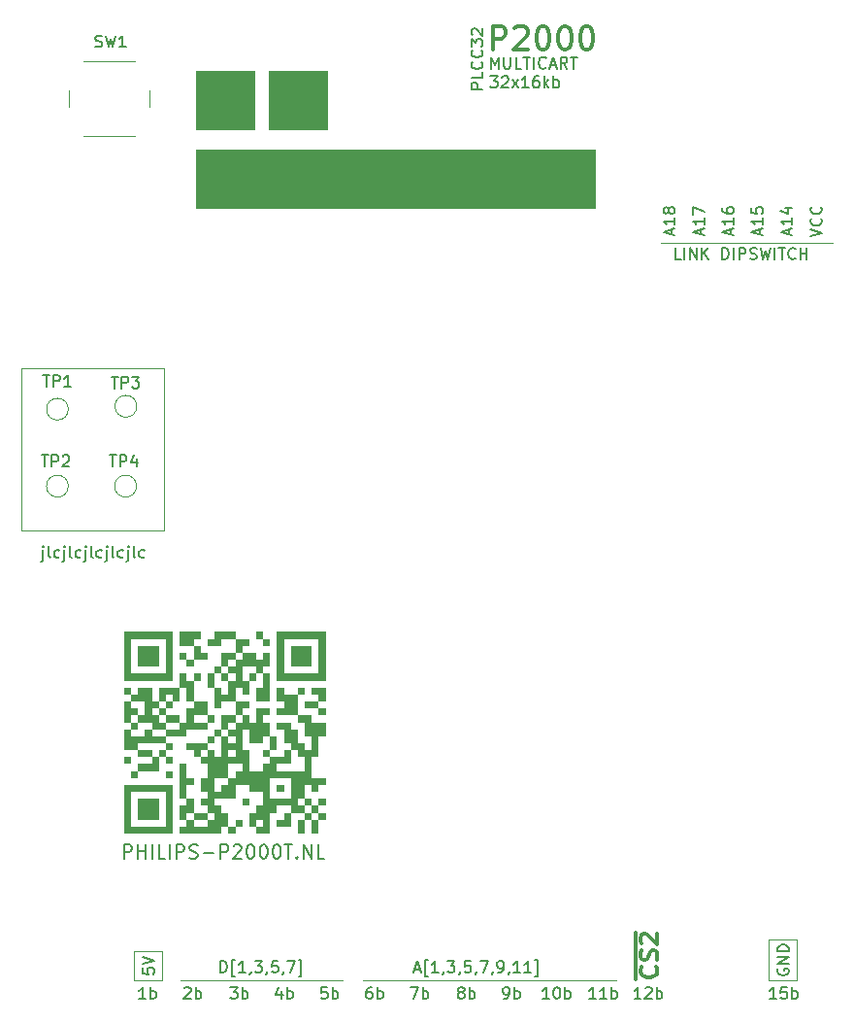
<source format=gbr>
G04 #@! TF.GenerationSoftware,KiCad,Pcbnew,8.0.2*
G04 #@! TF.CreationDate,2025-01-06T21:48:35+01:00*
G04 #@! TF.ProjectId,multicartridge-smd-top-dipswitch,6d756c74-6963-4617-9274-72696467652d,rev?*
G04 #@! TF.SameCoordinates,Original*
G04 #@! TF.FileFunction,Legend,Top*
G04 #@! TF.FilePolarity,Positive*
%FSLAX46Y46*%
G04 Gerber Fmt 4.6, Leading zero omitted, Abs format (unit mm)*
G04 Created by KiCad (PCBNEW 8.0.2) date 2025-01-06 21:48:35*
%MOMM*%
%LPD*%
G01*
G04 APERTURE LIST*
%ADD10C,0.120000*%
%ADD11C,0.150000*%
%ADD12C,0.300000*%
%ADD13C,0.200000*%
%ADD14C,0.000000*%
%ADD15C,2.000000*%
%ADD16C,1.500000*%
%ADD17R,1.700000X1.700000*%
%ADD18O,1.700000X1.700000*%
%ADD19R,1.422400X1.422400*%
%ADD20C,1.422400*%
%ADD21R,2.000000X10.000000*%
G04 APERTURE END LIST*
D10*
X54214000Y-128905000D02*
X54214000Y-131445000D01*
X109586000Y-131445000D02*
X111999000Y-131445000D01*
X109586000Y-127889000D02*
X109586000Y-131445000D01*
X44323000Y-78105000D02*
X44450000Y-78105000D01*
X59563000Y-59055000D02*
X94361000Y-59055000D01*
X94361000Y-64135000D01*
X59563000Y-64135000D01*
X59563000Y-59055000D01*
G36*
X59563000Y-59055000D02*
G01*
X94361000Y-59055000D01*
X94361000Y-64135000D01*
X59563000Y-64135000D01*
X59563000Y-59055000D01*
G37*
X74153000Y-131445000D02*
X96251000Y-131445000D01*
X45847000Y-92202000D02*
X44323000Y-92202000D01*
X56769000Y-78105000D02*
X56769000Y-92202000D01*
X44323000Y-92202000D02*
X44323000Y-78105000D01*
X58278000Y-131445000D02*
X72375000Y-131445000D01*
X111999000Y-131445000D02*
X111999000Y-127889000D01*
X56627000Y-131445000D02*
X56627000Y-128905000D01*
X65913000Y-52197000D02*
X70993000Y-52197000D01*
X70993000Y-57277000D01*
X65913000Y-57277000D01*
X65913000Y-52197000D01*
G36*
X65913000Y-52197000D02*
G01*
X70993000Y-52197000D01*
X70993000Y-57277000D01*
X65913000Y-57277000D01*
X65913000Y-52197000D01*
G37*
X100147000Y-67145000D02*
X115147000Y-67145000D01*
X56769000Y-92202000D02*
X45847000Y-92202000D01*
X111999000Y-127889000D02*
X109586000Y-127889000D01*
X44450000Y-78105000D02*
X56769000Y-78105000D01*
X54214000Y-131445000D02*
X56627000Y-131445000D01*
X59563000Y-52197000D02*
X64643000Y-52197000D01*
X64643000Y-57277000D01*
X59563000Y-57277000D01*
X59563000Y-52197000D01*
G36*
X59563000Y-52197000D02*
G01*
X64643000Y-52197000D01*
X64643000Y-57277000D01*
X59563000Y-57277000D01*
X59563000Y-52197000D01*
G37*
X56627000Y-128905000D02*
X54214000Y-128905000D01*
D11*
X86464143Y-133042819D02*
X86654619Y-133042819D01*
X86654619Y-133042819D02*
X86749857Y-132995200D01*
X86749857Y-132995200D02*
X86797476Y-132947580D01*
X86797476Y-132947580D02*
X86892714Y-132804723D01*
X86892714Y-132804723D02*
X86940333Y-132614247D01*
X86940333Y-132614247D02*
X86940333Y-132233295D01*
X86940333Y-132233295D02*
X86892714Y-132138057D01*
X86892714Y-132138057D02*
X86845095Y-132090438D01*
X86845095Y-132090438D02*
X86749857Y-132042819D01*
X86749857Y-132042819D02*
X86559381Y-132042819D01*
X86559381Y-132042819D02*
X86464143Y-132090438D01*
X86464143Y-132090438D02*
X86416524Y-132138057D01*
X86416524Y-132138057D02*
X86368905Y-132233295D01*
X86368905Y-132233295D02*
X86368905Y-132471390D01*
X86368905Y-132471390D02*
X86416524Y-132566628D01*
X86416524Y-132566628D02*
X86464143Y-132614247D01*
X86464143Y-132614247D02*
X86559381Y-132661866D01*
X86559381Y-132661866D02*
X86749857Y-132661866D01*
X86749857Y-132661866D02*
X86845095Y-132614247D01*
X86845095Y-132614247D02*
X86892714Y-132566628D01*
X86892714Y-132566628D02*
X86940333Y-132471390D01*
X87368905Y-133042819D02*
X87368905Y-132042819D01*
X87368905Y-132423771D02*
X87464143Y-132376152D01*
X87464143Y-132376152D02*
X87654619Y-132376152D01*
X87654619Y-132376152D02*
X87749857Y-132423771D01*
X87749857Y-132423771D02*
X87797476Y-132471390D01*
X87797476Y-132471390D02*
X87845095Y-132566628D01*
X87845095Y-132566628D02*
X87845095Y-132852342D01*
X87845095Y-132852342D02*
X87797476Y-132947580D01*
X87797476Y-132947580D02*
X87749857Y-132995200D01*
X87749857Y-132995200D02*
X87654619Y-133042819D01*
X87654619Y-133042819D02*
X87464143Y-133042819D01*
X87464143Y-133042819D02*
X87368905Y-132995200D01*
X74907095Y-132042819D02*
X74716619Y-132042819D01*
X74716619Y-132042819D02*
X74621381Y-132090438D01*
X74621381Y-132090438D02*
X74573762Y-132138057D01*
X74573762Y-132138057D02*
X74478524Y-132280914D01*
X74478524Y-132280914D02*
X74430905Y-132471390D01*
X74430905Y-132471390D02*
X74430905Y-132852342D01*
X74430905Y-132852342D02*
X74478524Y-132947580D01*
X74478524Y-132947580D02*
X74526143Y-132995200D01*
X74526143Y-132995200D02*
X74621381Y-133042819D01*
X74621381Y-133042819D02*
X74811857Y-133042819D01*
X74811857Y-133042819D02*
X74907095Y-132995200D01*
X74907095Y-132995200D02*
X74954714Y-132947580D01*
X74954714Y-132947580D02*
X75002333Y-132852342D01*
X75002333Y-132852342D02*
X75002333Y-132614247D01*
X75002333Y-132614247D02*
X74954714Y-132519009D01*
X74954714Y-132519009D02*
X74907095Y-132471390D01*
X74907095Y-132471390D02*
X74811857Y-132423771D01*
X74811857Y-132423771D02*
X74621381Y-132423771D01*
X74621381Y-132423771D02*
X74526143Y-132471390D01*
X74526143Y-132471390D02*
X74478524Y-132519009D01*
X74478524Y-132519009D02*
X74430905Y-132614247D01*
X75430905Y-133042819D02*
X75430905Y-132042819D01*
X75430905Y-132423771D02*
X75526143Y-132376152D01*
X75526143Y-132376152D02*
X75716619Y-132376152D01*
X75716619Y-132376152D02*
X75811857Y-132423771D01*
X75811857Y-132423771D02*
X75859476Y-132471390D01*
X75859476Y-132471390D02*
X75907095Y-132566628D01*
X75907095Y-132566628D02*
X75907095Y-132852342D01*
X75907095Y-132852342D02*
X75859476Y-132947580D01*
X75859476Y-132947580D02*
X75811857Y-132995200D01*
X75811857Y-132995200D02*
X75716619Y-133042819D01*
X75716619Y-133042819D02*
X75526143Y-133042819D01*
X75526143Y-133042819D02*
X75430905Y-132995200D01*
X82622381Y-132471390D02*
X82527143Y-132423771D01*
X82527143Y-132423771D02*
X82479524Y-132376152D01*
X82479524Y-132376152D02*
X82431905Y-132280914D01*
X82431905Y-132280914D02*
X82431905Y-132233295D01*
X82431905Y-132233295D02*
X82479524Y-132138057D01*
X82479524Y-132138057D02*
X82527143Y-132090438D01*
X82527143Y-132090438D02*
X82622381Y-132042819D01*
X82622381Y-132042819D02*
X82812857Y-132042819D01*
X82812857Y-132042819D02*
X82908095Y-132090438D01*
X82908095Y-132090438D02*
X82955714Y-132138057D01*
X82955714Y-132138057D02*
X83003333Y-132233295D01*
X83003333Y-132233295D02*
X83003333Y-132280914D01*
X83003333Y-132280914D02*
X82955714Y-132376152D01*
X82955714Y-132376152D02*
X82908095Y-132423771D01*
X82908095Y-132423771D02*
X82812857Y-132471390D01*
X82812857Y-132471390D02*
X82622381Y-132471390D01*
X82622381Y-132471390D02*
X82527143Y-132519009D01*
X82527143Y-132519009D02*
X82479524Y-132566628D01*
X82479524Y-132566628D02*
X82431905Y-132661866D01*
X82431905Y-132661866D02*
X82431905Y-132852342D01*
X82431905Y-132852342D02*
X82479524Y-132947580D01*
X82479524Y-132947580D02*
X82527143Y-132995200D01*
X82527143Y-132995200D02*
X82622381Y-133042819D01*
X82622381Y-133042819D02*
X82812857Y-133042819D01*
X82812857Y-133042819D02*
X82908095Y-132995200D01*
X82908095Y-132995200D02*
X82955714Y-132947580D01*
X82955714Y-132947580D02*
X83003333Y-132852342D01*
X83003333Y-132852342D02*
X83003333Y-132661866D01*
X83003333Y-132661866D02*
X82955714Y-132566628D01*
X82955714Y-132566628D02*
X82908095Y-132519009D01*
X82908095Y-132519009D02*
X82812857Y-132471390D01*
X83431905Y-133042819D02*
X83431905Y-132042819D01*
X83431905Y-132423771D02*
X83527143Y-132376152D01*
X83527143Y-132376152D02*
X83717619Y-132376152D01*
X83717619Y-132376152D02*
X83812857Y-132423771D01*
X83812857Y-132423771D02*
X83860476Y-132471390D01*
X83860476Y-132471390D02*
X83908095Y-132566628D01*
X83908095Y-132566628D02*
X83908095Y-132852342D01*
X83908095Y-132852342D02*
X83860476Y-132947580D01*
X83860476Y-132947580D02*
X83812857Y-132995200D01*
X83812857Y-132995200D02*
X83717619Y-133042819D01*
X83717619Y-133042819D02*
X83527143Y-133042819D01*
X83527143Y-133042819D02*
X83431905Y-132995200D01*
X67033095Y-132376152D02*
X67033095Y-133042819D01*
X66795000Y-131995200D02*
X66556905Y-132709485D01*
X66556905Y-132709485D02*
X67175952Y-132709485D01*
X67556905Y-133042819D02*
X67556905Y-132042819D01*
X67556905Y-132423771D02*
X67652143Y-132376152D01*
X67652143Y-132376152D02*
X67842619Y-132376152D01*
X67842619Y-132376152D02*
X67937857Y-132423771D01*
X67937857Y-132423771D02*
X67985476Y-132471390D01*
X67985476Y-132471390D02*
X68033095Y-132566628D01*
X68033095Y-132566628D02*
X68033095Y-132852342D01*
X68033095Y-132852342D02*
X67985476Y-132947580D01*
X67985476Y-132947580D02*
X67937857Y-132995200D01*
X67937857Y-132995200D02*
X67842619Y-133042819D01*
X67842619Y-133042819D02*
X67652143Y-133042819D01*
X67652143Y-133042819D02*
X67556905Y-132995200D01*
X55190333Y-133042819D02*
X54618905Y-133042819D01*
X54904619Y-133042819D02*
X54904619Y-132042819D01*
X54904619Y-132042819D02*
X54809381Y-132185676D01*
X54809381Y-132185676D02*
X54714143Y-132280914D01*
X54714143Y-132280914D02*
X54618905Y-132328533D01*
X55618905Y-133042819D02*
X55618905Y-132042819D01*
X55618905Y-132423771D02*
X55714143Y-132376152D01*
X55714143Y-132376152D02*
X55904619Y-132376152D01*
X55904619Y-132376152D02*
X55999857Y-132423771D01*
X55999857Y-132423771D02*
X56047476Y-132471390D01*
X56047476Y-132471390D02*
X56095095Y-132566628D01*
X56095095Y-132566628D02*
X56095095Y-132852342D01*
X56095095Y-132852342D02*
X56047476Y-132947580D01*
X56047476Y-132947580D02*
X55999857Y-132995200D01*
X55999857Y-132995200D02*
X55904619Y-133042819D01*
X55904619Y-133042819D02*
X55714143Y-133042819D01*
X55714143Y-133042819D02*
X55618905Y-132995200D01*
X58555905Y-132138057D02*
X58603524Y-132090438D01*
X58603524Y-132090438D02*
X58698762Y-132042819D01*
X58698762Y-132042819D02*
X58936857Y-132042819D01*
X58936857Y-132042819D02*
X59032095Y-132090438D01*
X59032095Y-132090438D02*
X59079714Y-132138057D01*
X59079714Y-132138057D02*
X59127333Y-132233295D01*
X59127333Y-132233295D02*
X59127333Y-132328533D01*
X59127333Y-132328533D02*
X59079714Y-132471390D01*
X59079714Y-132471390D02*
X58508286Y-133042819D01*
X58508286Y-133042819D02*
X59127333Y-133042819D01*
X59555905Y-133042819D02*
X59555905Y-132042819D01*
X59555905Y-132423771D02*
X59651143Y-132376152D01*
X59651143Y-132376152D02*
X59841619Y-132376152D01*
X59841619Y-132376152D02*
X59936857Y-132423771D01*
X59936857Y-132423771D02*
X59984476Y-132471390D01*
X59984476Y-132471390D02*
X60032095Y-132566628D01*
X60032095Y-132566628D02*
X60032095Y-132852342D01*
X60032095Y-132852342D02*
X59984476Y-132947580D01*
X59984476Y-132947580D02*
X59936857Y-132995200D01*
X59936857Y-132995200D02*
X59841619Y-133042819D01*
X59841619Y-133042819D02*
X59651143Y-133042819D01*
X59651143Y-133042819D02*
X59555905Y-132995200D01*
X71017714Y-132042819D02*
X70541524Y-132042819D01*
X70541524Y-132042819D02*
X70493905Y-132519009D01*
X70493905Y-132519009D02*
X70541524Y-132471390D01*
X70541524Y-132471390D02*
X70636762Y-132423771D01*
X70636762Y-132423771D02*
X70874857Y-132423771D01*
X70874857Y-132423771D02*
X70970095Y-132471390D01*
X70970095Y-132471390D02*
X71017714Y-132519009D01*
X71017714Y-132519009D02*
X71065333Y-132614247D01*
X71065333Y-132614247D02*
X71065333Y-132852342D01*
X71065333Y-132852342D02*
X71017714Y-132947580D01*
X71017714Y-132947580D02*
X70970095Y-132995200D01*
X70970095Y-132995200D02*
X70874857Y-133042819D01*
X70874857Y-133042819D02*
X70636762Y-133042819D01*
X70636762Y-133042819D02*
X70541524Y-132995200D01*
X70541524Y-132995200D02*
X70493905Y-132947580D01*
X71493905Y-133042819D02*
X71493905Y-132042819D01*
X71493905Y-132423771D02*
X71589143Y-132376152D01*
X71589143Y-132376152D02*
X71779619Y-132376152D01*
X71779619Y-132376152D02*
X71874857Y-132423771D01*
X71874857Y-132423771D02*
X71922476Y-132471390D01*
X71922476Y-132471390D02*
X71970095Y-132566628D01*
X71970095Y-132566628D02*
X71970095Y-132852342D01*
X71970095Y-132852342D02*
X71922476Y-132947580D01*
X71922476Y-132947580D02*
X71874857Y-132995200D01*
X71874857Y-132995200D02*
X71779619Y-133042819D01*
X71779619Y-133042819D02*
X71589143Y-133042819D01*
X71589143Y-133042819D02*
X71493905Y-132995200D01*
X78320286Y-132042819D02*
X78986952Y-132042819D01*
X78986952Y-132042819D02*
X78558381Y-133042819D01*
X79367905Y-133042819D02*
X79367905Y-132042819D01*
X79367905Y-132423771D02*
X79463143Y-132376152D01*
X79463143Y-132376152D02*
X79653619Y-132376152D01*
X79653619Y-132376152D02*
X79748857Y-132423771D01*
X79748857Y-132423771D02*
X79796476Y-132471390D01*
X79796476Y-132471390D02*
X79844095Y-132566628D01*
X79844095Y-132566628D02*
X79844095Y-132852342D01*
X79844095Y-132852342D02*
X79796476Y-132947580D01*
X79796476Y-132947580D02*
X79748857Y-132995200D01*
X79748857Y-132995200D02*
X79653619Y-133042819D01*
X79653619Y-133042819D02*
X79463143Y-133042819D01*
X79463143Y-133042819D02*
X79367905Y-132995200D01*
X94465142Y-133042819D02*
X93893714Y-133042819D01*
X94179428Y-133042819D02*
X94179428Y-132042819D01*
X94179428Y-132042819D02*
X94084190Y-132185676D01*
X94084190Y-132185676D02*
X93988952Y-132280914D01*
X93988952Y-132280914D02*
X93893714Y-132328533D01*
X95417523Y-133042819D02*
X94846095Y-133042819D01*
X95131809Y-133042819D02*
X95131809Y-132042819D01*
X95131809Y-132042819D02*
X95036571Y-132185676D01*
X95036571Y-132185676D02*
X94941333Y-132280914D01*
X94941333Y-132280914D02*
X94846095Y-132328533D01*
X95846095Y-133042819D02*
X95846095Y-132042819D01*
X95846095Y-132423771D02*
X95941333Y-132376152D01*
X95941333Y-132376152D02*
X96131809Y-132376152D01*
X96131809Y-132376152D02*
X96227047Y-132423771D01*
X96227047Y-132423771D02*
X96274666Y-132471390D01*
X96274666Y-132471390D02*
X96322285Y-132566628D01*
X96322285Y-132566628D02*
X96322285Y-132852342D01*
X96322285Y-132852342D02*
X96274666Y-132947580D01*
X96274666Y-132947580D02*
X96227047Y-132995200D01*
X96227047Y-132995200D02*
X96131809Y-133042819D01*
X96131809Y-133042819D02*
X95941333Y-133042819D01*
X95941333Y-133042819D02*
X95846095Y-132995200D01*
X98402142Y-133042819D02*
X97830714Y-133042819D01*
X98116428Y-133042819D02*
X98116428Y-132042819D01*
X98116428Y-132042819D02*
X98021190Y-132185676D01*
X98021190Y-132185676D02*
X97925952Y-132280914D01*
X97925952Y-132280914D02*
X97830714Y-132328533D01*
X98783095Y-132138057D02*
X98830714Y-132090438D01*
X98830714Y-132090438D02*
X98925952Y-132042819D01*
X98925952Y-132042819D02*
X99164047Y-132042819D01*
X99164047Y-132042819D02*
X99259285Y-132090438D01*
X99259285Y-132090438D02*
X99306904Y-132138057D01*
X99306904Y-132138057D02*
X99354523Y-132233295D01*
X99354523Y-132233295D02*
X99354523Y-132328533D01*
X99354523Y-132328533D02*
X99306904Y-132471390D01*
X99306904Y-132471390D02*
X98735476Y-133042819D01*
X98735476Y-133042819D02*
X99354523Y-133042819D01*
X99783095Y-133042819D02*
X99783095Y-132042819D01*
X99783095Y-132423771D02*
X99878333Y-132376152D01*
X99878333Y-132376152D02*
X100068809Y-132376152D01*
X100068809Y-132376152D02*
X100164047Y-132423771D01*
X100164047Y-132423771D02*
X100211666Y-132471390D01*
X100211666Y-132471390D02*
X100259285Y-132566628D01*
X100259285Y-132566628D02*
X100259285Y-132852342D01*
X100259285Y-132852342D02*
X100211666Y-132947580D01*
X100211666Y-132947580D02*
X100164047Y-132995200D01*
X100164047Y-132995200D02*
X100068809Y-133042819D01*
X100068809Y-133042819D02*
X99878333Y-133042819D01*
X99878333Y-133042819D02*
X99783095Y-132995200D01*
X110213142Y-133042819D02*
X109641714Y-133042819D01*
X109927428Y-133042819D02*
X109927428Y-132042819D01*
X109927428Y-132042819D02*
X109832190Y-132185676D01*
X109832190Y-132185676D02*
X109736952Y-132280914D01*
X109736952Y-132280914D02*
X109641714Y-132328533D01*
X111117904Y-132042819D02*
X110641714Y-132042819D01*
X110641714Y-132042819D02*
X110594095Y-132519009D01*
X110594095Y-132519009D02*
X110641714Y-132471390D01*
X110641714Y-132471390D02*
X110736952Y-132423771D01*
X110736952Y-132423771D02*
X110975047Y-132423771D01*
X110975047Y-132423771D02*
X111070285Y-132471390D01*
X111070285Y-132471390D02*
X111117904Y-132519009D01*
X111117904Y-132519009D02*
X111165523Y-132614247D01*
X111165523Y-132614247D02*
X111165523Y-132852342D01*
X111165523Y-132852342D02*
X111117904Y-132947580D01*
X111117904Y-132947580D02*
X111070285Y-132995200D01*
X111070285Y-132995200D02*
X110975047Y-133042819D01*
X110975047Y-133042819D02*
X110736952Y-133042819D01*
X110736952Y-133042819D02*
X110641714Y-132995200D01*
X110641714Y-132995200D02*
X110594095Y-132947580D01*
X111594095Y-133042819D02*
X111594095Y-132042819D01*
X111594095Y-132423771D02*
X111689333Y-132376152D01*
X111689333Y-132376152D02*
X111879809Y-132376152D01*
X111879809Y-132376152D02*
X111975047Y-132423771D01*
X111975047Y-132423771D02*
X112022666Y-132471390D01*
X112022666Y-132471390D02*
X112070285Y-132566628D01*
X112070285Y-132566628D02*
X112070285Y-132852342D01*
X112070285Y-132852342D02*
X112022666Y-132947580D01*
X112022666Y-132947580D02*
X111975047Y-132995200D01*
X111975047Y-132995200D02*
X111879809Y-133042819D01*
X111879809Y-133042819D02*
X111689333Y-133042819D01*
X111689333Y-133042819D02*
X111594095Y-132995200D01*
X62572286Y-132042819D02*
X63191333Y-132042819D01*
X63191333Y-132042819D02*
X62858000Y-132423771D01*
X62858000Y-132423771D02*
X63000857Y-132423771D01*
X63000857Y-132423771D02*
X63096095Y-132471390D01*
X63096095Y-132471390D02*
X63143714Y-132519009D01*
X63143714Y-132519009D02*
X63191333Y-132614247D01*
X63191333Y-132614247D02*
X63191333Y-132852342D01*
X63191333Y-132852342D02*
X63143714Y-132947580D01*
X63143714Y-132947580D02*
X63096095Y-132995200D01*
X63096095Y-132995200D02*
X63000857Y-133042819D01*
X63000857Y-133042819D02*
X62715143Y-133042819D01*
X62715143Y-133042819D02*
X62619905Y-132995200D01*
X62619905Y-132995200D02*
X62572286Y-132947580D01*
X63619905Y-133042819D02*
X63619905Y-132042819D01*
X63619905Y-132423771D02*
X63715143Y-132376152D01*
X63715143Y-132376152D02*
X63905619Y-132376152D01*
X63905619Y-132376152D02*
X64000857Y-132423771D01*
X64000857Y-132423771D02*
X64048476Y-132471390D01*
X64048476Y-132471390D02*
X64096095Y-132566628D01*
X64096095Y-132566628D02*
X64096095Y-132852342D01*
X64096095Y-132852342D02*
X64048476Y-132947580D01*
X64048476Y-132947580D02*
X64000857Y-132995200D01*
X64000857Y-132995200D02*
X63905619Y-133042819D01*
X63905619Y-133042819D02*
X63715143Y-133042819D01*
X63715143Y-133042819D02*
X63619905Y-132995200D01*
X90401142Y-133042819D02*
X89829714Y-133042819D01*
X90115428Y-133042819D02*
X90115428Y-132042819D01*
X90115428Y-132042819D02*
X90020190Y-132185676D01*
X90020190Y-132185676D02*
X89924952Y-132280914D01*
X89924952Y-132280914D02*
X89829714Y-132328533D01*
X91020190Y-132042819D02*
X91115428Y-132042819D01*
X91115428Y-132042819D02*
X91210666Y-132090438D01*
X91210666Y-132090438D02*
X91258285Y-132138057D01*
X91258285Y-132138057D02*
X91305904Y-132233295D01*
X91305904Y-132233295D02*
X91353523Y-132423771D01*
X91353523Y-132423771D02*
X91353523Y-132661866D01*
X91353523Y-132661866D02*
X91305904Y-132852342D01*
X91305904Y-132852342D02*
X91258285Y-132947580D01*
X91258285Y-132947580D02*
X91210666Y-132995200D01*
X91210666Y-132995200D02*
X91115428Y-133042819D01*
X91115428Y-133042819D02*
X91020190Y-133042819D01*
X91020190Y-133042819D02*
X90924952Y-132995200D01*
X90924952Y-132995200D02*
X90877333Y-132947580D01*
X90877333Y-132947580D02*
X90829714Y-132852342D01*
X90829714Y-132852342D02*
X90782095Y-132661866D01*
X90782095Y-132661866D02*
X90782095Y-132423771D01*
X90782095Y-132423771D02*
X90829714Y-132233295D01*
X90829714Y-132233295D02*
X90877333Y-132138057D01*
X90877333Y-132138057D02*
X90924952Y-132090438D01*
X90924952Y-132090438D02*
X91020190Y-132042819D01*
X91782095Y-133042819D02*
X91782095Y-132042819D01*
X91782095Y-132423771D02*
X91877333Y-132376152D01*
X91877333Y-132376152D02*
X92067809Y-132376152D01*
X92067809Y-132376152D02*
X92163047Y-132423771D01*
X92163047Y-132423771D02*
X92210666Y-132471390D01*
X92210666Y-132471390D02*
X92258285Y-132566628D01*
X92258285Y-132566628D02*
X92258285Y-132852342D01*
X92258285Y-132852342D02*
X92210666Y-132947580D01*
X92210666Y-132947580D02*
X92163047Y-132995200D01*
X92163047Y-132995200D02*
X92067809Y-133042819D01*
X92067809Y-133042819D02*
X91877333Y-133042819D01*
X91877333Y-133042819D02*
X91782095Y-132995200D01*
X110358438Y-130428904D02*
X110310819Y-130524142D01*
X110310819Y-130524142D02*
X110310819Y-130666999D01*
X110310819Y-130666999D02*
X110358438Y-130809856D01*
X110358438Y-130809856D02*
X110453676Y-130905094D01*
X110453676Y-130905094D02*
X110548914Y-130952713D01*
X110548914Y-130952713D02*
X110739390Y-131000332D01*
X110739390Y-131000332D02*
X110882247Y-131000332D01*
X110882247Y-131000332D02*
X111072723Y-130952713D01*
X111072723Y-130952713D02*
X111167961Y-130905094D01*
X111167961Y-130905094D02*
X111263200Y-130809856D01*
X111263200Y-130809856D02*
X111310819Y-130666999D01*
X111310819Y-130666999D02*
X111310819Y-130571761D01*
X111310819Y-130571761D02*
X111263200Y-130428904D01*
X111263200Y-130428904D02*
X111215580Y-130381285D01*
X111215580Y-130381285D02*
X110882247Y-130381285D01*
X110882247Y-130381285D02*
X110882247Y-130571761D01*
X111310819Y-129952713D02*
X110310819Y-129952713D01*
X110310819Y-129952713D02*
X111310819Y-129381285D01*
X111310819Y-129381285D02*
X110310819Y-129381285D01*
X111310819Y-128905094D02*
X110310819Y-128905094D01*
X110310819Y-128905094D02*
X110310819Y-128666999D01*
X110310819Y-128666999D02*
X110358438Y-128524142D01*
X110358438Y-128524142D02*
X110453676Y-128428904D01*
X110453676Y-128428904D02*
X110548914Y-128381285D01*
X110548914Y-128381285D02*
X110739390Y-128333666D01*
X110739390Y-128333666D02*
X110882247Y-128333666D01*
X110882247Y-128333666D02*
X111072723Y-128381285D01*
X111072723Y-128381285D02*
X111167961Y-128428904D01*
X111167961Y-128428904D02*
X111263200Y-128524142D01*
X111263200Y-128524142D02*
X111310819Y-128666999D01*
X111310819Y-128666999D02*
X111310819Y-128905094D01*
X108765304Y-66436475D02*
X108765304Y-65960285D01*
X109051019Y-66531713D02*
X108051019Y-66198380D01*
X108051019Y-66198380D02*
X109051019Y-65865047D01*
X109051019Y-65007904D02*
X109051019Y-65579332D01*
X109051019Y-65293618D02*
X108051019Y-65293618D01*
X108051019Y-65293618D02*
X108193876Y-65388856D01*
X108193876Y-65388856D02*
X108289114Y-65484094D01*
X108289114Y-65484094D02*
X108336733Y-65579332D01*
X108051019Y-64103142D02*
X108051019Y-64579332D01*
X108051019Y-64579332D02*
X108527209Y-64626951D01*
X108527209Y-64626951D02*
X108479590Y-64579332D01*
X108479590Y-64579332D02*
X108431971Y-64484094D01*
X108431971Y-64484094D02*
X108431971Y-64245999D01*
X108431971Y-64245999D02*
X108479590Y-64150761D01*
X108479590Y-64150761D02*
X108527209Y-64103142D01*
X108527209Y-64103142D02*
X108622447Y-64055523D01*
X108622447Y-64055523D02*
X108860542Y-64055523D01*
X108860542Y-64055523D02*
X108955780Y-64103142D01*
X108955780Y-64103142D02*
X109003400Y-64150761D01*
X109003400Y-64150761D02*
X109051019Y-64245999D01*
X109051019Y-64245999D02*
X109051019Y-64484094D01*
X109051019Y-64484094D02*
X109003400Y-64579332D01*
X109003400Y-64579332D02*
X108955780Y-64626951D01*
X106204504Y-66436475D02*
X106204504Y-65960285D01*
X106490219Y-66531713D02*
X105490219Y-66198380D01*
X105490219Y-66198380D02*
X106490219Y-65865047D01*
X106490219Y-65007904D02*
X106490219Y-65579332D01*
X106490219Y-65293618D02*
X105490219Y-65293618D01*
X105490219Y-65293618D02*
X105633076Y-65388856D01*
X105633076Y-65388856D02*
X105728314Y-65484094D01*
X105728314Y-65484094D02*
X105775933Y-65579332D01*
X105490219Y-64150761D02*
X105490219Y-64341237D01*
X105490219Y-64341237D02*
X105537838Y-64436475D01*
X105537838Y-64436475D02*
X105585457Y-64484094D01*
X105585457Y-64484094D02*
X105728314Y-64579332D01*
X105728314Y-64579332D02*
X105918790Y-64626951D01*
X105918790Y-64626951D02*
X106299742Y-64626951D01*
X106299742Y-64626951D02*
X106394980Y-64579332D01*
X106394980Y-64579332D02*
X106442600Y-64531713D01*
X106442600Y-64531713D02*
X106490219Y-64436475D01*
X106490219Y-64436475D02*
X106490219Y-64245999D01*
X106490219Y-64245999D02*
X106442600Y-64150761D01*
X106442600Y-64150761D02*
X106394980Y-64103142D01*
X106394980Y-64103142D02*
X106299742Y-64055523D01*
X106299742Y-64055523D02*
X106061647Y-64055523D01*
X106061647Y-64055523D02*
X105966409Y-64103142D01*
X105966409Y-64103142D02*
X105918790Y-64150761D01*
X105918790Y-64150761D02*
X105871171Y-64245999D01*
X105871171Y-64245999D02*
X105871171Y-64436475D01*
X105871171Y-64436475D02*
X105918790Y-64531713D01*
X105918790Y-64531713D02*
X105966409Y-64579332D01*
X105966409Y-64579332D02*
X106061647Y-64626951D01*
X103643704Y-66436475D02*
X103643704Y-65960285D01*
X103929419Y-66531713D02*
X102929419Y-66198380D01*
X102929419Y-66198380D02*
X103929419Y-65865047D01*
X103929419Y-65007904D02*
X103929419Y-65579332D01*
X103929419Y-65293618D02*
X102929419Y-65293618D01*
X102929419Y-65293618D02*
X103072276Y-65388856D01*
X103072276Y-65388856D02*
X103167514Y-65484094D01*
X103167514Y-65484094D02*
X103215133Y-65579332D01*
X102929419Y-64674570D02*
X102929419Y-64007904D01*
X102929419Y-64007904D02*
X103929419Y-64436475D01*
X101082904Y-66436475D02*
X101082904Y-65960285D01*
X101368619Y-66531713D02*
X100368619Y-66198380D01*
X100368619Y-66198380D02*
X101368619Y-65865047D01*
X101368619Y-65007904D02*
X101368619Y-65579332D01*
X101368619Y-65293618D02*
X100368619Y-65293618D01*
X100368619Y-65293618D02*
X100511476Y-65388856D01*
X100511476Y-65388856D02*
X100606714Y-65484094D01*
X100606714Y-65484094D02*
X100654333Y-65579332D01*
X100797190Y-64436475D02*
X100749571Y-64531713D01*
X100749571Y-64531713D02*
X100701952Y-64579332D01*
X100701952Y-64579332D02*
X100606714Y-64626951D01*
X100606714Y-64626951D02*
X100559095Y-64626951D01*
X100559095Y-64626951D02*
X100463857Y-64579332D01*
X100463857Y-64579332D02*
X100416238Y-64531713D01*
X100416238Y-64531713D02*
X100368619Y-64436475D01*
X100368619Y-64436475D02*
X100368619Y-64245999D01*
X100368619Y-64245999D02*
X100416238Y-64150761D01*
X100416238Y-64150761D02*
X100463857Y-64103142D01*
X100463857Y-64103142D02*
X100559095Y-64055523D01*
X100559095Y-64055523D02*
X100606714Y-64055523D01*
X100606714Y-64055523D02*
X100701952Y-64103142D01*
X100701952Y-64103142D02*
X100749571Y-64150761D01*
X100749571Y-64150761D02*
X100797190Y-64245999D01*
X100797190Y-64245999D02*
X100797190Y-64436475D01*
X100797190Y-64436475D02*
X100844809Y-64531713D01*
X100844809Y-64531713D02*
X100892428Y-64579332D01*
X100892428Y-64579332D02*
X100987666Y-64626951D01*
X100987666Y-64626951D02*
X101178142Y-64626951D01*
X101178142Y-64626951D02*
X101273380Y-64579332D01*
X101273380Y-64579332D02*
X101321000Y-64531713D01*
X101321000Y-64531713D02*
X101368619Y-64436475D01*
X101368619Y-64436475D02*
X101368619Y-64245999D01*
X101368619Y-64245999D02*
X101321000Y-64150761D01*
X101321000Y-64150761D02*
X101273380Y-64103142D01*
X101273380Y-64103142D02*
X101178142Y-64055523D01*
X101178142Y-64055523D02*
X100987666Y-64055523D01*
X100987666Y-64055523D02*
X100892428Y-64103142D01*
X100892428Y-64103142D02*
X100844809Y-64150761D01*
X100844809Y-64150761D02*
X100797190Y-64245999D01*
X111326104Y-66436475D02*
X111326104Y-65960285D01*
X111611819Y-66531713D02*
X110611819Y-66198380D01*
X110611819Y-66198380D02*
X111611819Y-65865047D01*
X111611819Y-65007904D02*
X111611819Y-65579332D01*
X111611819Y-65293618D02*
X110611819Y-65293618D01*
X110611819Y-65293618D02*
X110754676Y-65388856D01*
X110754676Y-65388856D02*
X110849914Y-65484094D01*
X110849914Y-65484094D02*
X110897533Y-65579332D01*
X110945152Y-64150761D02*
X111611819Y-64150761D01*
X110564200Y-64388856D02*
X111278485Y-64626951D01*
X111278485Y-64626951D02*
X111278485Y-64007904D01*
X84601819Y-53764047D02*
X83601819Y-53764047D01*
X83601819Y-53764047D02*
X83601819Y-53383095D01*
X83601819Y-53383095D02*
X83649438Y-53287857D01*
X83649438Y-53287857D02*
X83697057Y-53240238D01*
X83697057Y-53240238D02*
X83792295Y-53192619D01*
X83792295Y-53192619D02*
X83935152Y-53192619D01*
X83935152Y-53192619D02*
X84030390Y-53240238D01*
X84030390Y-53240238D02*
X84078009Y-53287857D01*
X84078009Y-53287857D02*
X84125628Y-53383095D01*
X84125628Y-53383095D02*
X84125628Y-53764047D01*
X84601819Y-52287857D02*
X84601819Y-52764047D01*
X84601819Y-52764047D02*
X83601819Y-52764047D01*
X84506580Y-51383095D02*
X84554200Y-51430714D01*
X84554200Y-51430714D02*
X84601819Y-51573571D01*
X84601819Y-51573571D02*
X84601819Y-51668809D01*
X84601819Y-51668809D02*
X84554200Y-51811666D01*
X84554200Y-51811666D02*
X84458961Y-51906904D01*
X84458961Y-51906904D02*
X84363723Y-51954523D01*
X84363723Y-51954523D02*
X84173247Y-52002142D01*
X84173247Y-52002142D02*
X84030390Y-52002142D01*
X84030390Y-52002142D02*
X83839914Y-51954523D01*
X83839914Y-51954523D02*
X83744676Y-51906904D01*
X83744676Y-51906904D02*
X83649438Y-51811666D01*
X83649438Y-51811666D02*
X83601819Y-51668809D01*
X83601819Y-51668809D02*
X83601819Y-51573571D01*
X83601819Y-51573571D02*
X83649438Y-51430714D01*
X83649438Y-51430714D02*
X83697057Y-51383095D01*
X84506580Y-50383095D02*
X84554200Y-50430714D01*
X84554200Y-50430714D02*
X84601819Y-50573571D01*
X84601819Y-50573571D02*
X84601819Y-50668809D01*
X84601819Y-50668809D02*
X84554200Y-50811666D01*
X84554200Y-50811666D02*
X84458961Y-50906904D01*
X84458961Y-50906904D02*
X84363723Y-50954523D01*
X84363723Y-50954523D02*
X84173247Y-51002142D01*
X84173247Y-51002142D02*
X84030390Y-51002142D01*
X84030390Y-51002142D02*
X83839914Y-50954523D01*
X83839914Y-50954523D02*
X83744676Y-50906904D01*
X83744676Y-50906904D02*
X83649438Y-50811666D01*
X83649438Y-50811666D02*
X83601819Y-50668809D01*
X83601819Y-50668809D02*
X83601819Y-50573571D01*
X83601819Y-50573571D02*
X83649438Y-50430714D01*
X83649438Y-50430714D02*
X83697057Y-50383095D01*
X83601819Y-50049761D02*
X83601819Y-49430714D01*
X83601819Y-49430714D02*
X83982771Y-49764047D01*
X83982771Y-49764047D02*
X83982771Y-49621190D01*
X83982771Y-49621190D02*
X84030390Y-49525952D01*
X84030390Y-49525952D02*
X84078009Y-49478333D01*
X84078009Y-49478333D02*
X84173247Y-49430714D01*
X84173247Y-49430714D02*
X84411342Y-49430714D01*
X84411342Y-49430714D02*
X84506580Y-49478333D01*
X84506580Y-49478333D02*
X84554200Y-49525952D01*
X84554200Y-49525952D02*
X84601819Y-49621190D01*
X84601819Y-49621190D02*
X84601819Y-49906904D01*
X84601819Y-49906904D02*
X84554200Y-50002142D01*
X84554200Y-50002142D02*
X84506580Y-50049761D01*
X83697057Y-49049761D02*
X83649438Y-49002142D01*
X83649438Y-49002142D02*
X83601819Y-48906904D01*
X83601819Y-48906904D02*
X83601819Y-48668809D01*
X83601819Y-48668809D02*
X83649438Y-48573571D01*
X83649438Y-48573571D02*
X83697057Y-48525952D01*
X83697057Y-48525952D02*
X83792295Y-48478333D01*
X83792295Y-48478333D02*
X83887533Y-48478333D01*
X83887533Y-48478333D02*
X84030390Y-48525952D01*
X84030390Y-48525952D02*
X84601819Y-49097380D01*
X84601819Y-49097380D02*
X84601819Y-48478333D01*
X85307324Y-51973819D02*
X85307324Y-50973819D01*
X85307324Y-50973819D02*
X85640657Y-51688104D01*
X85640657Y-51688104D02*
X85973990Y-50973819D01*
X85973990Y-50973819D02*
X85973990Y-51973819D01*
X86450181Y-50973819D02*
X86450181Y-51783342D01*
X86450181Y-51783342D02*
X86497800Y-51878580D01*
X86497800Y-51878580D02*
X86545419Y-51926200D01*
X86545419Y-51926200D02*
X86640657Y-51973819D01*
X86640657Y-51973819D02*
X86831133Y-51973819D01*
X86831133Y-51973819D02*
X86926371Y-51926200D01*
X86926371Y-51926200D02*
X86973990Y-51878580D01*
X86973990Y-51878580D02*
X87021609Y-51783342D01*
X87021609Y-51783342D02*
X87021609Y-50973819D01*
X87973990Y-51973819D02*
X87497800Y-51973819D01*
X87497800Y-51973819D02*
X87497800Y-50973819D01*
X88164467Y-50973819D02*
X88735895Y-50973819D01*
X88450181Y-51973819D02*
X88450181Y-50973819D01*
X89069229Y-51973819D02*
X89069229Y-50973819D01*
X90116847Y-51878580D02*
X90069228Y-51926200D01*
X90069228Y-51926200D02*
X89926371Y-51973819D01*
X89926371Y-51973819D02*
X89831133Y-51973819D01*
X89831133Y-51973819D02*
X89688276Y-51926200D01*
X89688276Y-51926200D02*
X89593038Y-51830961D01*
X89593038Y-51830961D02*
X89545419Y-51735723D01*
X89545419Y-51735723D02*
X89497800Y-51545247D01*
X89497800Y-51545247D02*
X89497800Y-51402390D01*
X89497800Y-51402390D02*
X89545419Y-51211914D01*
X89545419Y-51211914D02*
X89593038Y-51116676D01*
X89593038Y-51116676D02*
X89688276Y-51021438D01*
X89688276Y-51021438D02*
X89831133Y-50973819D01*
X89831133Y-50973819D02*
X89926371Y-50973819D01*
X89926371Y-50973819D02*
X90069228Y-51021438D01*
X90069228Y-51021438D02*
X90116847Y-51069057D01*
X90497800Y-51688104D02*
X90973990Y-51688104D01*
X90402562Y-51973819D02*
X90735895Y-50973819D01*
X90735895Y-50973819D02*
X91069228Y-51973819D01*
X91973990Y-51973819D02*
X91640657Y-51497628D01*
X91402562Y-51973819D02*
X91402562Y-50973819D01*
X91402562Y-50973819D02*
X91783514Y-50973819D01*
X91783514Y-50973819D02*
X91878752Y-51021438D01*
X91878752Y-51021438D02*
X91926371Y-51069057D01*
X91926371Y-51069057D02*
X91973990Y-51164295D01*
X91973990Y-51164295D02*
X91973990Y-51307152D01*
X91973990Y-51307152D02*
X91926371Y-51402390D01*
X91926371Y-51402390D02*
X91878752Y-51450009D01*
X91878752Y-51450009D02*
X91783514Y-51497628D01*
X91783514Y-51497628D02*
X91402562Y-51497628D01*
X92259705Y-50973819D02*
X92831133Y-50973819D01*
X92545419Y-51973819D02*
X92545419Y-50973819D01*
D12*
X85487158Y-50303638D02*
X85487158Y-48303638D01*
X85487158Y-48303638D02*
X86249063Y-48303638D01*
X86249063Y-48303638D02*
X86439539Y-48398876D01*
X86439539Y-48398876D02*
X86534777Y-48494114D01*
X86534777Y-48494114D02*
X86630015Y-48684590D01*
X86630015Y-48684590D02*
X86630015Y-48970304D01*
X86630015Y-48970304D02*
X86534777Y-49160780D01*
X86534777Y-49160780D02*
X86439539Y-49256019D01*
X86439539Y-49256019D02*
X86249063Y-49351257D01*
X86249063Y-49351257D02*
X85487158Y-49351257D01*
X87391920Y-48494114D02*
X87487158Y-48398876D01*
X87487158Y-48398876D02*
X87677634Y-48303638D01*
X87677634Y-48303638D02*
X88153825Y-48303638D01*
X88153825Y-48303638D02*
X88344301Y-48398876D01*
X88344301Y-48398876D02*
X88439539Y-48494114D01*
X88439539Y-48494114D02*
X88534777Y-48684590D01*
X88534777Y-48684590D02*
X88534777Y-48875066D01*
X88534777Y-48875066D02*
X88439539Y-49160780D01*
X88439539Y-49160780D02*
X87296682Y-50303638D01*
X87296682Y-50303638D02*
X88534777Y-50303638D01*
X89772872Y-48303638D02*
X89963349Y-48303638D01*
X89963349Y-48303638D02*
X90153825Y-48398876D01*
X90153825Y-48398876D02*
X90249063Y-48494114D01*
X90249063Y-48494114D02*
X90344301Y-48684590D01*
X90344301Y-48684590D02*
X90439539Y-49065542D01*
X90439539Y-49065542D02*
X90439539Y-49541733D01*
X90439539Y-49541733D02*
X90344301Y-49922685D01*
X90344301Y-49922685D02*
X90249063Y-50113161D01*
X90249063Y-50113161D02*
X90153825Y-50208400D01*
X90153825Y-50208400D02*
X89963349Y-50303638D01*
X89963349Y-50303638D02*
X89772872Y-50303638D01*
X89772872Y-50303638D02*
X89582396Y-50208400D01*
X89582396Y-50208400D02*
X89487158Y-50113161D01*
X89487158Y-50113161D02*
X89391920Y-49922685D01*
X89391920Y-49922685D02*
X89296682Y-49541733D01*
X89296682Y-49541733D02*
X89296682Y-49065542D01*
X89296682Y-49065542D02*
X89391920Y-48684590D01*
X89391920Y-48684590D02*
X89487158Y-48494114D01*
X89487158Y-48494114D02*
X89582396Y-48398876D01*
X89582396Y-48398876D02*
X89772872Y-48303638D01*
X91677634Y-48303638D02*
X91868111Y-48303638D01*
X91868111Y-48303638D02*
X92058587Y-48398876D01*
X92058587Y-48398876D02*
X92153825Y-48494114D01*
X92153825Y-48494114D02*
X92249063Y-48684590D01*
X92249063Y-48684590D02*
X92344301Y-49065542D01*
X92344301Y-49065542D02*
X92344301Y-49541733D01*
X92344301Y-49541733D02*
X92249063Y-49922685D01*
X92249063Y-49922685D02*
X92153825Y-50113161D01*
X92153825Y-50113161D02*
X92058587Y-50208400D01*
X92058587Y-50208400D02*
X91868111Y-50303638D01*
X91868111Y-50303638D02*
X91677634Y-50303638D01*
X91677634Y-50303638D02*
X91487158Y-50208400D01*
X91487158Y-50208400D02*
X91391920Y-50113161D01*
X91391920Y-50113161D02*
X91296682Y-49922685D01*
X91296682Y-49922685D02*
X91201444Y-49541733D01*
X91201444Y-49541733D02*
X91201444Y-49065542D01*
X91201444Y-49065542D02*
X91296682Y-48684590D01*
X91296682Y-48684590D02*
X91391920Y-48494114D01*
X91391920Y-48494114D02*
X91487158Y-48398876D01*
X91487158Y-48398876D02*
X91677634Y-48303638D01*
X93582396Y-48303638D02*
X93772873Y-48303638D01*
X93772873Y-48303638D02*
X93963349Y-48398876D01*
X93963349Y-48398876D02*
X94058587Y-48494114D01*
X94058587Y-48494114D02*
X94153825Y-48684590D01*
X94153825Y-48684590D02*
X94249063Y-49065542D01*
X94249063Y-49065542D02*
X94249063Y-49541733D01*
X94249063Y-49541733D02*
X94153825Y-49922685D01*
X94153825Y-49922685D02*
X94058587Y-50113161D01*
X94058587Y-50113161D02*
X93963349Y-50208400D01*
X93963349Y-50208400D02*
X93772873Y-50303638D01*
X93772873Y-50303638D02*
X93582396Y-50303638D01*
X93582396Y-50303638D02*
X93391920Y-50208400D01*
X93391920Y-50208400D02*
X93296682Y-50113161D01*
X93296682Y-50113161D02*
X93201444Y-49922685D01*
X93201444Y-49922685D02*
X93106206Y-49541733D01*
X93106206Y-49541733D02*
X93106206Y-49065542D01*
X93106206Y-49065542D02*
X93201444Y-48684590D01*
X93201444Y-48684590D02*
X93296682Y-48494114D01*
X93296682Y-48494114D02*
X93391920Y-48398876D01*
X93391920Y-48398876D02*
X93582396Y-48303638D01*
D11*
X85262790Y-52650219D02*
X85881837Y-52650219D01*
X85881837Y-52650219D02*
X85548504Y-53031171D01*
X85548504Y-53031171D02*
X85691361Y-53031171D01*
X85691361Y-53031171D02*
X85786599Y-53078790D01*
X85786599Y-53078790D02*
X85834218Y-53126409D01*
X85834218Y-53126409D02*
X85881837Y-53221647D01*
X85881837Y-53221647D02*
X85881837Y-53459742D01*
X85881837Y-53459742D02*
X85834218Y-53554980D01*
X85834218Y-53554980D02*
X85786599Y-53602600D01*
X85786599Y-53602600D02*
X85691361Y-53650219D01*
X85691361Y-53650219D02*
X85405647Y-53650219D01*
X85405647Y-53650219D02*
X85310409Y-53602600D01*
X85310409Y-53602600D02*
X85262790Y-53554980D01*
X86262790Y-52745457D02*
X86310409Y-52697838D01*
X86310409Y-52697838D02*
X86405647Y-52650219D01*
X86405647Y-52650219D02*
X86643742Y-52650219D01*
X86643742Y-52650219D02*
X86738980Y-52697838D01*
X86738980Y-52697838D02*
X86786599Y-52745457D01*
X86786599Y-52745457D02*
X86834218Y-52840695D01*
X86834218Y-52840695D02*
X86834218Y-52935933D01*
X86834218Y-52935933D02*
X86786599Y-53078790D01*
X86786599Y-53078790D02*
X86215171Y-53650219D01*
X86215171Y-53650219D02*
X86834218Y-53650219D01*
X87167552Y-53650219D02*
X87691361Y-52983552D01*
X87167552Y-52983552D02*
X87691361Y-53650219D01*
X88596123Y-53650219D02*
X88024695Y-53650219D01*
X88310409Y-53650219D02*
X88310409Y-52650219D01*
X88310409Y-52650219D02*
X88215171Y-52793076D01*
X88215171Y-52793076D02*
X88119933Y-52888314D01*
X88119933Y-52888314D02*
X88024695Y-52935933D01*
X89453266Y-52650219D02*
X89262790Y-52650219D01*
X89262790Y-52650219D02*
X89167552Y-52697838D01*
X89167552Y-52697838D02*
X89119933Y-52745457D01*
X89119933Y-52745457D02*
X89024695Y-52888314D01*
X89024695Y-52888314D02*
X88977076Y-53078790D01*
X88977076Y-53078790D02*
X88977076Y-53459742D01*
X88977076Y-53459742D02*
X89024695Y-53554980D01*
X89024695Y-53554980D02*
X89072314Y-53602600D01*
X89072314Y-53602600D02*
X89167552Y-53650219D01*
X89167552Y-53650219D02*
X89358028Y-53650219D01*
X89358028Y-53650219D02*
X89453266Y-53602600D01*
X89453266Y-53602600D02*
X89500885Y-53554980D01*
X89500885Y-53554980D02*
X89548504Y-53459742D01*
X89548504Y-53459742D02*
X89548504Y-53221647D01*
X89548504Y-53221647D02*
X89500885Y-53126409D01*
X89500885Y-53126409D02*
X89453266Y-53078790D01*
X89453266Y-53078790D02*
X89358028Y-53031171D01*
X89358028Y-53031171D02*
X89167552Y-53031171D01*
X89167552Y-53031171D02*
X89072314Y-53078790D01*
X89072314Y-53078790D02*
X89024695Y-53126409D01*
X89024695Y-53126409D02*
X88977076Y-53221647D01*
X89977076Y-53650219D02*
X89977076Y-52650219D01*
X90072314Y-53269266D02*
X90358028Y-53650219D01*
X90358028Y-52983552D02*
X89977076Y-53364504D01*
X90786600Y-53650219D02*
X90786600Y-52650219D01*
X90786600Y-53031171D02*
X90881838Y-52983552D01*
X90881838Y-52983552D02*
X91072314Y-52983552D01*
X91072314Y-52983552D02*
X91167552Y-53031171D01*
X91167552Y-53031171D02*
X91215171Y-53078790D01*
X91215171Y-53078790D02*
X91262790Y-53174028D01*
X91262790Y-53174028D02*
X91262790Y-53459742D01*
X91262790Y-53459742D02*
X91215171Y-53554980D01*
X91215171Y-53554980D02*
X91167552Y-53602600D01*
X91167552Y-53602600D02*
X91072314Y-53650219D01*
X91072314Y-53650219D02*
X90881838Y-53650219D01*
X90881838Y-53650219D02*
X90786600Y-53602600D01*
X78630429Y-130471104D02*
X79106619Y-130471104D01*
X78535191Y-130756819D02*
X78868524Y-129756819D01*
X78868524Y-129756819D02*
X79201857Y-130756819D01*
X79820905Y-131090152D02*
X79582810Y-131090152D01*
X79582810Y-131090152D02*
X79582810Y-129661580D01*
X79582810Y-129661580D02*
X79820905Y-129661580D01*
X80725667Y-130756819D02*
X80154239Y-130756819D01*
X80439953Y-130756819D02*
X80439953Y-129756819D01*
X80439953Y-129756819D02*
X80344715Y-129899676D01*
X80344715Y-129899676D02*
X80249477Y-129994914D01*
X80249477Y-129994914D02*
X80154239Y-130042533D01*
X81201858Y-130709200D02*
X81201858Y-130756819D01*
X81201858Y-130756819D02*
X81154239Y-130852057D01*
X81154239Y-130852057D02*
X81106620Y-130899676D01*
X81535191Y-129756819D02*
X82154238Y-129756819D01*
X82154238Y-129756819D02*
X81820905Y-130137771D01*
X81820905Y-130137771D02*
X81963762Y-130137771D01*
X81963762Y-130137771D02*
X82059000Y-130185390D01*
X82059000Y-130185390D02*
X82106619Y-130233009D01*
X82106619Y-130233009D02*
X82154238Y-130328247D01*
X82154238Y-130328247D02*
X82154238Y-130566342D01*
X82154238Y-130566342D02*
X82106619Y-130661580D01*
X82106619Y-130661580D02*
X82059000Y-130709200D01*
X82059000Y-130709200D02*
X81963762Y-130756819D01*
X81963762Y-130756819D02*
X81678048Y-130756819D01*
X81678048Y-130756819D02*
X81582810Y-130709200D01*
X81582810Y-130709200D02*
X81535191Y-130661580D01*
X82630429Y-130709200D02*
X82630429Y-130756819D01*
X82630429Y-130756819D02*
X82582810Y-130852057D01*
X82582810Y-130852057D02*
X82535191Y-130899676D01*
X83535190Y-129756819D02*
X83059000Y-129756819D01*
X83059000Y-129756819D02*
X83011381Y-130233009D01*
X83011381Y-130233009D02*
X83059000Y-130185390D01*
X83059000Y-130185390D02*
X83154238Y-130137771D01*
X83154238Y-130137771D02*
X83392333Y-130137771D01*
X83392333Y-130137771D02*
X83487571Y-130185390D01*
X83487571Y-130185390D02*
X83535190Y-130233009D01*
X83535190Y-130233009D02*
X83582809Y-130328247D01*
X83582809Y-130328247D02*
X83582809Y-130566342D01*
X83582809Y-130566342D02*
X83535190Y-130661580D01*
X83535190Y-130661580D02*
X83487571Y-130709200D01*
X83487571Y-130709200D02*
X83392333Y-130756819D01*
X83392333Y-130756819D02*
X83154238Y-130756819D01*
X83154238Y-130756819D02*
X83059000Y-130709200D01*
X83059000Y-130709200D02*
X83011381Y-130661580D01*
X84059000Y-130709200D02*
X84059000Y-130756819D01*
X84059000Y-130756819D02*
X84011381Y-130852057D01*
X84011381Y-130852057D02*
X83963762Y-130899676D01*
X84392333Y-129756819D02*
X85058999Y-129756819D01*
X85058999Y-129756819D02*
X84630428Y-130756819D01*
X85487571Y-130709200D02*
X85487571Y-130756819D01*
X85487571Y-130756819D02*
X85439952Y-130852057D01*
X85439952Y-130852057D02*
X85392333Y-130899676D01*
X85963761Y-130756819D02*
X86154237Y-130756819D01*
X86154237Y-130756819D02*
X86249475Y-130709200D01*
X86249475Y-130709200D02*
X86297094Y-130661580D01*
X86297094Y-130661580D02*
X86392332Y-130518723D01*
X86392332Y-130518723D02*
X86439951Y-130328247D01*
X86439951Y-130328247D02*
X86439951Y-129947295D01*
X86439951Y-129947295D02*
X86392332Y-129852057D01*
X86392332Y-129852057D02*
X86344713Y-129804438D01*
X86344713Y-129804438D02*
X86249475Y-129756819D01*
X86249475Y-129756819D02*
X86058999Y-129756819D01*
X86058999Y-129756819D02*
X85963761Y-129804438D01*
X85963761Y-129804438D02*
X85916142Y-129852057D01*
X85916142Y-129852057D02*
X85868523Y-129947295D01*
X85868523Y-129947295D02*
X85868523Y-130185390D01*
X85868523Y-130185390D02*
X85916142Y-130280628D01*
X85916142Y-130280628D02*
X85963761Y-130328247D01*
X85963761Y-130328247D02*
X86058999Y-130375866D01*
X86058999Y-130375866D02*
X86249475Y-130375866D01*
X86249475Y-130375866D02*
X86344713Y-130328247D01*
X86344713Y-130328247D02*
X86392332Y-130280628D01*
X86392332Y-130280628D02*
X86439951Y-130185390D01*
X86916142Y-130709200D02*
X86916142Y-130756819D01*
X86916142Y-130756819D02*
X86868523Y-130852057D01*
X86868523Y-130852057D02*
X86820904Y-130899676D01*
X87868522Y-130756819D02*
X87297094Y-130756819D01*
X87582808Y-130756819D02*
X87582808Y-129756819D01*
X87582808Y-129756819D02*
X87487570Y-129899676D01*
X87487570Y-129899676D02*
X87392332Y-129994914D01*
X87392332Y-129994914D02*
X87297094Y-130042533D01*
X88820903Y-130756819D02*
X88249475Y-130756819D01*
X88535189Y-130756819D02*
X88535189Y-129756819D01*
X88535189Y-129756819D02*
X88439951Y-129899676D01*
X88439951Y-129899676D02*
X88344713Y-129994914D01*
X88344713Y-129994914D02*
X88249475Y-130042533D01*
X89154237Y-131090152D02*
X89392332Y-131090152D01*
X89392332Y-131090152D02*
X89392332Y-129661580D01*
X89392332Y-129661580D02*
X89154237Y-129661580D01*
X101885095Y-68599819D02*
X101408905Y-68599819D01*
X101408905Y-68599819D02*
X101408905Y-67599819D01*
X102218429Y-68599819D02*
X102218429Y-67599819D01*
X102694619Y-68599819D02*
X102694619Y-67599819D01*
X102694619Y-67599819D02*
X103266047Y-68599819D01*
X103266047Y-68599819D02*
X103266047Y-67599819D01*
X103742238Y-68599819D02*
X103742238Y-67599819D01*
X104313666Y-68599819D02*
X103885095Y-68028390D01*
X104313666Y-67599819D02*
X103742238Y-68171247D01*
X105504143Y-68599819D02*
X105504143Y-67599819D01*
X105504143Y-67599819D02*
X105742238Y-67599819D01*
X105742238Y-67599819D02*
X105885095Y-67647438D01*
X105885095Y-67647438D02*
X105980333Y-67742676D01*
X105980333Y-67742676D02*
X106027952Y-67837914D01*
X106027952Y-67837914D02*
X106075571Y-68028390D01*
X106075571Y-68028390D02*
X106075571Y-68171247D01*
X106075571Y-68171247D02*
X106027952Y-68361723D01*
X106027952Y-68361723D02*
X105980333Y-68456961D01*
X105980333Y-68456961D02*
X105885095Y-68552200D01*
X105885095Y-68552200D02*
X105742238Y-68599819D01*
X105742238Y-68599819D02*
X105504143Y-68599819D01*
X106504143Y-68599819D02*
X106504143Y-67599819D01*
X106980333Y-68599819D02*
X106980333Y-67599819D01*
X106980333Y-67599819D02*
X107361285Y-67599819D01*
X107361285Y-67599819D02*
X107456523Y-67647438D01*
X107456523Y-67647438D02*
X107504142Y-67695057D01*
X107504142Y-67695057D02*
X107551761Y-67790295D01*
X107551761Y-67790295D02*
X107551761Y-67933152D01*
X107551761Y-67933152D02*
X107504142Y-68028390D01*
X107504142Y-68028390D02*
X107456523Y-68076009D01*
X107456523Y-68076009D02*
X107361285Y-68123628D01*
X107361285Y-68123628D02*
X106980333Y-68123628D01*
X107932714Y-68552200D02*
X108075571Y-68599819D01*
X108075571Y-68599819D02*
X108313666Y-68599819D01*
X108313666Y-68599819D02*
X108408904Y-68552200D01*
X108408904Y-68552200D02*
X108456523Y-68504580D01*
X108456523Y-68504580D02*
X108504142Y-68409342D01*
X108504142Y-68409342D02*
X108504142Y-68314104D01*
X108504142Y-68314104D02*
X108456523Y-68218866D01*
X108456523Y-68218866D02*
X108408904Y-68171247D01*
X108408904Y-68171247D02*
X108313666Y-68123628D01*
X108313666Y-68123628D02*
X108123190Y-68076009D01*
X108123190Y-68076009D02*
X108027952Y-68028390D01*
X108027952Y-68028390D02*
X107980333Y-67980771D01*
X107980333Y-67980771D02*
X107932714Y-67885533D01*
X107932714Y-67885533D02*
X107932714Y-67790295D01*
X107932714Y-67790295D02*
X107980333Y-67695057D01*
X107980333Y-67695057D02*
X108027952Y-67647438D01*
X108027952Y-67647438D02*
X108123190Y-67599819D01*
X108123190Y-67599819D02*
X108361285Y-67599819D01*
X108361285Y-67599819D02*
X108504142Y-67647438D01*
X108837476Y-67599819D02*
X109075571Y-68599819D01*
X109075571Y-68599819D02*
X109266047Y-67885533D01*
X109266047Y-67885533D02*
X109456523Y-68599819D01*
X109456523Y-68599819D02*
X109694619Y-67599819D01*
X110075571Y-68599819D02*
X110075571Y-67599819D01*
X110408904Y-67599819D02*
X110980332Y-67599819D01*
X110694618Y-68599819D02*
X110694618Y-67599819D01*
X111885094Y-68504580D02*
X111837475Y-68552200D01*
X111837475Y-68552200D02*
X111694618Y-68599819D01*
X111694618Y-68599819D02*
X111599380Y-68599819D01*
X111599380Y-68599819D02*
X111456523Y-68552200D01*
X111456523Y-68552200D02*
X111361285Y-68456961D01*
X111361285Y-68456961D02*
X111313666Y-68361723D01*
X111313666Y-68361723D02*
X111266047Y-68171247D01*
X111266047Y-68171247D02*
X111266047Y-68028390D01*
X111266047Y-68028390D02*
X111313666Y-67837914D01*
X111313666Y-67837914D02*
X111361285Y-67742676D01*
X111361285Y-67742676D02*
X111456523Y-67647438D01*
X111456523Y-67647438D02*
X111599380Y-67599819D01*
X111599380Y-67599819D02*
X111694618Y-67599819D01*
X111694618Y-67599819D02*
X111837475Y-67647438D01*
X111837475Y-67647438D02*
X111885094Y-67695057D01*
X112313666Y-68599819D02*
X112313666Y-67599819D01*
X112313666Y-68076009D02*
X112885094Y-68076009D01*
X112885094Y-68599819D02*
X112885094Y-67599819D01*
X113191819Y-66617332D02*
X114191819Y-66283999D01*
X114191819Y-66283999D02*
X113191819Y-65950666D01*
X114096580Y-65045904D02*
X114144200Y-65093523D01*
X114144200Y-65093523D02*
X114191819Y-65236380D01*
X114191819Y-65236380D02*
X114191819Y-65331618D01*
X114191819Y-65331618D02*
X114144200Y-65474475D01*
X114144200Y-65474475D02*
X114048961Y-65569713D01*
X114048961Y-65569713D02*
X113953723Y-65617332D01*
X113953723Y-65617332D02*
X113763247Y-65664951D01*
X113763247Y-65664951D02*
X113620390Y-65664951D01*
X113620390Y-65664951D02*
X113429914Y-65617332D01*
X113429914Y-65617332D02*
X113334676Y-65569713D01*
X113334676Y-65569713D02*
X113239438Y-65474475D01*
X113239438Y-65474475D02*
X113191819Y-65331618D01*
X113191819Y-65331618D02*
X113191819Y-65236380D01*
X113191819Y-65236380D02*
X113239438Y-65093523D01*
X113239438Y-65093523D02*
X113287057Y-65045904D01*
X114096580Y-64045904D02*
X114144200Y-64093523D01*
X114144200Y-64093523D02*
X114191819Y-64236380D01*
X114191819Y-64236380D02*
X114191819Y-64331618D01*
X114191819Y-64331618D02*
X114144200Y-64474475D01*
X114144200Y-64474475D02*
X114048961Y-64569713D01*
X114048961Y-64569713D02*
X113953723Y-64617332D01*
X113953723Y-64617332D02*
X113763247Y-64664951D01*
X113763247Y-64664951D02*
X113620390Y-64664951D01*
X113620390Y-64664951D02*
X113429914Y-64617332D01*
X113429914Y-64617332D02*
X113334676Y-64569713D01*
X113334676Y-64569713D02*
X113239438Y-64474475D01*
X113239438Y-64474475D02*
X113191819Y-64331618D01*
X113191819Y-64331618D02*
X113191819Y-64236380D01*
X113191819Y-64236380D02*
X113239438Y-64093523D01*
X113239438Y-64093523D02*
X113287057Y-64045904D01*
X46242238Y-93933152D02*
X46242238Y-94790295D01*
X46242238Y-94790295D02*
X46194619Y-94885533D01*
X46194619Y-94885533D02*
X46099381Y-94933152D01*
X46099381Y-94933152D02*
X46051762Y-94933152D01*
X46242238Y-93599819D02*
X46194619Y-93647438D01*
X46194619Y-93647438D02*
X46242238Y-93695057D01*
X46242238Y-93695057D02*
X46289857Y-93647438D01*
X46289857Y-93647438D02*
X46242238Y-93599819D01*
X46242238Y-93599819D02*
X46242238Y-93695057D01*
X46861285Y-94599819D02*
X46766047Y-94552200D01*
X46766047Y-94552200D02*
X46718428Y-94456961D01*
X46718428Y-94456961D02*
X46718428Y-93599819D01*
X47670809Y-94552200D02*
X47575571Y-94599819D01*
X47575571Y-94599819D02*
X47385095Y-94599819D01*
X47385095Y-94599819D02*
X47289857Y-94552200D01*
X47289857Y-94552200D02*
X47242238Y-94504580D01*
X47242238Y-94504580D02*
X47194619Y-94409342D01*
X47194619Y-94409342D02*
X47194619Y-94123628D01*
X47194619Y-94123628D02*
X47242238Y-94028390D01*
X47242238Y-94028390D02*
X47289857Y-93980771D01*
X47289857Y-93980771D02*
X47385095Y-93933152D01*
X47385095Y-93933152D02*
X47575571Y-93933152D01*
X47575571Y-93933152D02*
X47670809Y-93980771D01*
X48099381Y-93933152D02*
X48099381Y-94790295D01*
X48099381Y-94790295D02*
X48051762Y-94885533D01*
X48051762Y-94885533D02*
X47956524Y-94933152D01*
X47956524Y-94933152D02*
X47908905Y-94933152D01*
X48099381Y-93599819D02*
X48051762Y-93647438D01*
X48051762Y-93647438D02*
X48099381Y-93695057D01*
X48099381Y-93695057D02*
X48147000Y-93647438D01*
X48147000Y-93647438D02*
X48099381Y-93599819D01*
X48099381Y-93599819D02*
X48099381Y-93695057D01*
X48718428Y-94599819D02*
X48623190Y-94552200D01*
X48623190Y-94552200D02*
X48575571Y-94456961D01*
X48575571Y-94456961D02*
X48575571Y-93599819D01*
X49527952Y-94552200D02*
X49432714Y-94599819D01*
X49432714Y-94599819D02*
X49242238Y-94599819D01*
X49242238Y-94599819D02*
X49147000Y-94552200D01*
X49147000Y-94552200D02*
X49099381Y-94504580D01*
X49099381Y-94504580D02*
X49051762Y-94409342D01*
X49051762Y-94409342D02*
X49051762Y-94123628D01*
X49051762Y-94123628D02*
X49099381Y-94028390D01*
X49099381Y-94028390D02*
X49147000Y-93980771D01*
X49147000Y-93980771D02*
X49242238Y-93933152D01*
X49242238Y-93933152D02*
X49432714Y-93933152D01*
X49432714Y-93933152D02*
X49527952Y-93980771D01*
X49956524Y-93933152D02*
X49956524Y-94790295D01*
X49956524Y-94790295D02*
X49908905Y-94885533D01*
X49908905Y-94885533D02*
X49813667Y-94933152D01*
X49813667Y-94933152D02*
X49766048Y-94933152D01*
X49956524Y-93599819D02*
X49908905Y-93647438D01*
X49908905Y-93647438D02*
X49956524Y-93695057D01*
X49956524Y-93695057D02*
X50004143Y-93647438D01*
X50004143Y-93647438D02*
X49956524Y-93599819D01*
X49956524Y-93599819D02*
X49956524Y-93695057D01*
X50575571Y-94599819D02*
X50480333Y-94552200D01*
X50480333Y-94552200D02*
X50432714Y-94456961D01*
X50432714Y-94456961D02*
X50432714Y-93599819D01*
X51385095Y-94552200D02*
X51289857Y-94599819D01*
X51289857Y-94599819D02*
X51099381Y-94599819D01*
X51099381Y-94599819D02*
X51004143Y-94552200D01*
X51004143Y-94552200D02*
X50956524Y-94504580D01*
X50956524Y-94504580D02*
X50908905Y-94409342D01*
X50908905Y-94409342D02*
X50908905Y-94123628D01*
X50908905Y-94123628D02*
X50956524Y-94028390D01*
X50956524Y-94028390D02*
X51004143Y-93980771D01*
X51004143Y-93980771D02*
X51099381Y-93933152D01*
X51099381Y-93933152D02*
X51289857Y-93933152D01*
X51289857Y-93933152D02*
X51385095Y-93980771D01*
X51813667Y-93933152D02*
X51813667Y-94790295D01*
X51813667Y-94790295D02*
X51766048Y-94885533D01*
X51766048Y-94885533D02*
X51670810Y-94933152D01*
X51670810Y-94933152D02*
X51623191Y-94933152D01*
X51813667Y-93599819D02*
X51766048Y-93647438D01*
X51766048Y-93647438D02*
X51813667Y-93695057D01*
X51813667Y-93695057D02*
X51861286Y-93647438D01*
X51861286Y-93647438D02*
X51813667Y-93599819D01*
X51813667Y-93599819D02*
X51813667Y-93695057D01*
X52432714Y-94599819D02*
X52337476Y-94552200D01*
X52337476Y-94552200D02*
X52289857Y-94456961D01*
X52289857Y-94456961D02*
X52289857Y-93599819D01*
X53242238Y-94552200D02*
X53147000Y-94599819D01*
X53147000Y-94599819D02*
X52956524Y-94599819D01*
X52956524Y-94599819D02*
X52861286Y-94552200D01*
X52861286Y-94552200D02*
X52813667Y-94504580D01*
X52813667Y-94504580D02*
X52766048Y-94409342D01*
X52766048Y-94409342D02*
X52766048Y-94123628D01*
X52766048Y-94123628D02*
X52813667Y-94028390D01*
X52813667Y-94028390D02*
X52861286Y-93980771D01*
X52861286Y-93980771D02*
X52956524Y-93933152D01*
X52956524Y-93933152D02*
X53147000Y-93933152D01*
X53147000Y-93933152D02*
X53242238Y-93980771D01*
X53670810Y-93933152D02*
X53670810Y-94790295D01*
X53670810Y-94790295D02*
X53623191Y-94885533D01*
X53623191Y-94885533D02*
X53527953Y-94933152D01*
X53527953Y-94933152D02*
X53480334Y-94933152D01*
X53670810Y-93599819D02*
X53623191Y-93647438D01*
X53623191Y-93647438D02*
X53670810Y-93695057D01*
X53670810Y-93695057D02*
X53718429Y-93647438D01*
X53718429Y-93647438D02*
X53670810Y-93599819D01*
X53670810Y-93599819D02*
X53670810Y-93695057D01*
X54289857Y-94599819D02*
X54194619Y-94552200D01*
X54194619Y-94552200D02*
X54147000Y-94456961D01*
X54147000Y-94456961D02*
X54147000Y-93599819D01*
X55099381Y-94552200D02*
X55004143Y-94599819D01*
X55004143Y-94599819D02*
X54813667Y-94599819D01*
X54813667Y-94599819D02*
X54718429Y-94552200D01*
X54718429Y-94552200D02*
X54670810Y-94504580D01*
X54670810Y-94504580D02*
X54623191Y-94409342D01*
X54623191Y-94409342D02*
X54623191Y-94123628D01*
X54623191Y-94123628D02*
X54670810Y-94028390D01*
X54670810Y-94028390D02*
X54718429Y-93980771D01*
X54718429Y-93980771D02*
X54813667Y-93933152D01*
X54813667Y-93933152D02*
X55004143Y-93933152D01*
X55004143Y-93933152D02*
X55099381Y-93980771D01*
D12*
X99707471Y-130250285D02*
X99778900Y-130321713D01*
X99778900Y-130321713D02*
X99850328Y-130535999D01*
X99850328Y-130535999D02*
X99850328Y-130678856D01*
X99850328Y-130678856D02*
X99778900Y-130893142D01*
X99778900Y-130893142D02*
X99636042Y-131035999D01*
X99636042Y-131035999D02*
X99493185Y-131107428D01*
X99493185Y-131107428D02*
X99207471Y-131178856D01*
X99207471Y-131178856D02*
X98993185Y-131178856D01*
X98993185Y-131178856D02*
X98707471Y-131107428D01*
X98707471Y-131107428D02*
X98564614Y-131035999D01*
X98564614Y-131035999D02*
X98421757Y-130893142D01*
X98421757Y-130893142D02*
X98350328Y-130678856D01*
X98350328Y-130678856D02*
X98350328Y-130535999D01*
X98350328Y-130535999D02*
X98421757Y-130321713D01*
X98421757Y-130321713D02*
X98493185Y-130250285D01*
X99778900Y-129678856D02*
X99850328Y-129464571D01*
X99850328Y-129464571D02*
X99850328Y-129107428D01*
X99850328Y-129107428D02*
X99778900Y-128964571D01*
X99778900Y-128964571D02*
X99707471Y-128893142D01*
X99707471Y-128893142D02*
X99564614Y-128821713D01*
X99564614Y-128821713D02*
X99421757Y-128821713D01*
X99421757Y-128821713D02*
X99278900Y-128893142D01*
X99278900Y-128893142D02*
X99207471Y-128964571D01*
X99207471Y-128964571D02*
X99136042Y-129107428D01*
X99136042Y-129107428D02*
X99064614Y-129393142D01*
X99064614Y-129393142D02*
X98993185Y-129535999D01*
X98993185Y-129535999D02*
X98921757Y-129607428D01*
X98921757Y-129607428D02*
X98778900Y-129678856D01*
X98778900Y-129678856D02*
X98636042Y-129678856D01*
X98636042Y-129678856D02*
X98493185Y-129607428D01*
X98493185Y-129607428D02*
X98421757Y-129535999D01*
X98421757Y-129535999D02*
X98350328Y-129393142D01*
X98350328Y-129393142D02*
X98350328Y-129035999D01*
X98350328Y-129035999D02*
X98421757Y-128821713D01*
X98493185Y-128250285D02*
X98421757Y-128178857D01*
X98421757Y-128178857D02*
X98350328Y-128036000D01*
X98350328Y-128036000D02*
X98350328Y-127678857D01*
X98350328Y-127678857D02*
X98421757Y-127536000D01*
X98421757Y-127536000D02*
X98493185Y-127464571D01*
X98493185Y-127464571D02*
X98636042Y-127393142D01*
X98636042Y-127393142D02*
X98778900Y-127393142D01*
X98778900Y-127393142D02*
X98993185Y-127464571D01*
X98993185Y-127464571D02*
X99850328Y-128321714D01*
X99850328Y-128321714D02*
X99850328Y-127393142D01*
X97933900Y-131314571D02*
X97933900Y-127257429D01*
D13*
X53318856Y-120813742D02*
X53318856Y-119613742D01*
X53318856Y-119613742D02*
X53775999Y-119613742D01*
X53775999Y-119613742D02*
X53890284Y-119670885D01*
X53890284Y-119670885D02*
X53947427Y-119728028D01*
X53947427Y-119728028D02*
X54004570Y-119842314D01*
X54004570Y-119842314D02*
X54004570Y-120013742D01*
X54004570Y-120013742D02*
X53947427Y-120128028D01*
X53947427Y-120128028D02*
X53890284Y-120185171D01*
X53890284Y-120185171D02*
X53775999Y-120242314D01*
X53775999Y-120242314D02*
X53318856Y-120242314D01*
X54518856Y-120813742D02*
X54518856Y-119613742D01*
X54518856Y-120185171D02*
X55204570Y-120185171D01*
X55204570Y-120813742D02*
X55204570Y-119613742D01*
X55775999Y-120813742D02*
X55775999Y-119613742D01*
X56918856Y-120813742D02*
X56347428Y-120813742D01*
X56347428Y-120813742D02*
X56347428Y-119613742D01*
X57318857Y-120813742D02*
X57318857Y-119613742D01*
X57890286Y-120813742D02*
X57890286Y-119613742D01*
X57890286Y-119613742D02*
X58347429Y-119613742D01*
X58347429Y-119613742D02*
X58461714Y-119670885D01*
X58461714Y-119670885D02*
X58518857Y-119728028D01*
X58518857Y-119728028D02*
X58576000Y-119842314D01*
X58576000Y-119842314D02*
X58576000Y-120013742D01*
X58576000Y-120013742D02*
X58518857Y-120128028D01*
X58518857Y-120128028D02*
X58461714Y-120185171D01*
X58461714Y-120185171D02*
X58347429Y-120242314D01*
X58347429Y-120242314D02*
X57890286Y-120242314D01*
X59033143Y-120756600D02*
X59204572Y-120813742D01*
X59204572Y-120813742D02*
X59490286Y-120813742D01*
X59490286Y-120813742D02*
X59604572Y-120756600D01*
X59604572Y-120756600D02*
X59661714Y-120699457D01*
X59661714Y-120699457D02*
X59718857Y-120585171D01*
X59718857Y-120585171D02*
X59718857Y-120470885D01*
X59718857Y-120470885D02*
X59661714Y-120356600D01*
X59661714Y-120356600D02*
X59604572Y-120299457D01*
X59604572Y-120299457D02*
X59490286Y-120242314D01*
X59490286Y-120242314D02*
X59261714Y-120185171D01*
X59261714Y-120185171D02*
X59147429Y-120128028D01*
X59147429Y-120128028D02*
X59090286Y-120070885D01*
X59090286Y-120070885D02*
X59033143Y-119956600D01*
X59033143Y-119956600D02*
X59033143Y-119842314D01*
X59033143Y-119842314D02*
X59090286Y-119728028D01*
X59090286Y-119728028D02*
X59147429Y-119670885D01*
X59147429Y-119670885D02*
X59261714Y-119613742D01*
X59261714Y-119613742D02*
X59547429Y-119613742D01*
X59547429Y-119613742D02*
X59718857Y-119670885D01*
X60233143Y-120356600D02*
X61147429Y-120356600D01*
X61718857Y-120813742D02*
X61718857Y-119613742D01*
X61718857Y-119613742D02*
X62176000Y-119613742D01*
X62176000Y-119613742D02*
X62290285Y-119670885D01*
X62290285Y-119670885D02*
X62347428Y-119728028D01*
X62347428Y-119728028D02*
X62404571Y-119842314D01*
X62404571Y-119842314D02*
X62404571Y-120013742D01*
X62404571Y-120013742D02*
X62347428Y-120128028D01*
X62347428Y-120128028D02*
X62290285Y-120185171D01*
X62290285Y-120185171D02*
X62176000Y-120242314D01*
X62176000Y-120242314D02*
X61718857Y-120242314D01*
X62861714Y-119728028D02*
X62918857Y-119670885D01*
X62918857Y-119670885D02*
X63033143Y-119613742D01*
X63033143Y-119613742D02*
X63318857Y-119613742D01*
X63318857Y-119613742D02*
X63433143Y-119670885D01*
X63433143Y-119670885D02*
X63490285Y-119728028D01*
X63490285Y-119728028D02*
X63547428Y-119842314D01*
X63547428Y-119842314D02*
X63547428Y-119956600D01*
X63547428Y-119956600D02*
X63490285Y-120128028D01*
X63490285Y-120128028D02*
X62804571Y-120813742D01*
X62804571Y-120813742D02*
X63547428Y-120813742D01*
X64290285Y-119613742D02*
X64404571Y-119613742D01*
X64404571Y-119613742D02*
X64518857Y-119670885D01*
X64518857Y-119670885D02*
X64576000Y-119728028D01*
X64576000Y-119728028D02*
X64633142Y-119842314D01*
X64633142Y-119842314D02*
X64690285Y-120070885D01*
X64690285Y-120070885D02*
X64690285Y-120356600D01*
X64690285Y-120356600D02*
X64633142Y-120585171D01*
X64633142Y-120585171D02*
X64576000Y-120699457D01*
X64576000Y-120699457D02*
X64518857Y-120756600D01*
X64518857Y-120756600D02*
X64404571Y-120813742D01*
X64404571Y-120813742D02*
X64290285Y-120813742D01*
X64290285Y-120813742D02*
X64176000Y-120756600D01*
X64176000Y-120756600D02*
X64118857Y-120699457D01*
X64118857Y-120699457D02*
X64061714Y-120585171D01*
X64061714Y-120585171D02*
X64004571Y-120356600D01*
X64004571Y-120356600D02*
X64004571Y-120070885D01*
X64004571Y-120070885D02*
X64061714Y-119842314D01*
X64061714Y-119842314D02*
X64118857Y-119728028D01*
X64118857Y-119728028D02*
X64176000Y-119670885D01*
X64176000Y-119670885D02*
X64290285Y-119613742D01*
X65433142Y-119613742D02*
X65547428Y-119613742D01*
X65547428Y-119613742D02*
X65661714Y-119670885D01*
X65661714Y-119670885D02*
X65718857Y-119728028D01*
X65718857Y-119728028D02*
X65775999Y-119842314D01*
X65775999Y-119842314D02*
X65833142Y-120070885D01*
X65833142Y-120070885D02*
X65833142Y-120356600D01*
X65833142Y-120356600D02*
X65775999Y-120585171D01*
X65775999Y-120585171D02*
X65718857Y-120699457D01*
X65718857Y-120699457D02*
X65661714Y-120756600D01*
X65661714Y-120756600D02*
X65547428Y-120813742D01*
X65547428Y-120813742D02*
X65433142Y-120813742D01*
X65433142Y-120813742D02*
X65318857Y-120756600D01*
X65318857Y-120756600D02*
X65261714Y-120699457D01*
X65261714Y-120699457D02*
X65204571Y-120585171D01*
X65204571Y-120585171D02*
X65147428Y-120356600D01*
X65147428Y-120356600D02*
X65147428Y-120070885D01*
X65147428Y-120070885D02*
X65204571Y-119842314D01*
X65204571Y-119842314D02*
X65261714Y-119728028D01*
X65261714Y-119728028D02*
X65318857Y-119670885D01*
X65318857Y-119670885D02*
X65433142Y-119613742D01*
X66575999Y-119613742D02*
X66690285Y-119613742D01*
X66690285Y-119613742D02*
X66804571Y-119670885D01*
X66804571Y-119670885D02*
X66861714Y-119728028D01*
X66861714Y-119728028D02*
X66918856Y-119842314D01*
X66918856Y-119842314D02*
X66975999Y-120070885D01*
X66975999Y-120070885D02*
X66975999Y-120356600D01*
X66975999Y-120356600D02*
X66918856Y-120585171D01*
X66918856Y-120585171D02*
X66861714Y-120699457D01*
X66861714Y-120699457D02*
X66804571Y-120756600D01*
X66804571Y-120756600D02*
X66690285Y-120813742D01*
X66690285Y-120813742D02*
X66575999Y-120813742D01*
X66575999Y-120813742D02*
X66461714Y-120756600D01*
X66461714Y-120756600D02*
X66404571Y-120699457D01*
X66404571Y-120699457D02*
X66347428Y-120585171D01*
X66347428Y-120585171D02*
X66290285Y-120356600D01*
X66290285Y-120356600D02*
X66290285Y-120070885D01*
X66290285Y-120070885D02*
X66347428Y-119842314D01*
X66347428Y-119842314D02*
X66404571Y-119728028D01*
X66404571Y-119728028D02*
X66461714Y-119670885D01*
X66461714Y-119670885D02*
X66575999Y-119613742D01*
X67318856Y-119613742D02*
X68004571Y-119613742D01*
X67661713Y-120813742D02*
X67661713Y-119613742D01*
X68404571Y-120699457D02*
X68461714Y-120756600D01*
X68461714Y-120756600D02*
X68404571Y-120813742D01*
X68404571Y-120813742D02*
X68347428Y-120756600D01*
X68347428Y-120756600D02*
X68404571Y-120699457D01*
X68404571Y-120699457D02*
X68404571Y-120813742D01*
X68976000Y-120813742D02*
X68976000Y-119613742D01*
X68976000Y-119613742D02*
X69661714Y-120813742D01*
X69661714Y-120813742D02*
X69661714Y-119613742D01*
X70804571Y-120813742D02*
X70233143Y-120813742D01*
X70233143Y-120813742D02*
X70233143Y-119613742D01*
D11*
X54938819Y-130365476D02*
X54938819Y-130841666D01*
X54938819Y-130841666D02*
X55415009Y-130889285D01*
X55415009Y-130889285D02*
X55367390Y-130841666D01*
X55367390Y-130841666D02*
X55319771Y-130746428D01*
X55319771Y-130746428D02*
X55319771Y-130508333D01*
X55319771Y-130508333D02*
X55367390Y-130413095D01*
X55367390Y-130413095D02*
X55415009Y-130365476D01*
X55415009Y-130365476D02*
X55510247Y-130317857D01*
X55510247Y-130317857D02*
X55748342Y-130317857D01*
X55748342Y-130317857D02*
X55843580Y-130365476D01*
X55843580Y-130365476D02*
X55891200Y-130413095D01*
X55891200Y-130413095D02*
X55938819Y-130508333D01*
X55938819Y-130508333D02*
X55938819Y-130746428D01*
X55938819Y-130746428D02*
X55891200Y-130841666D01*
X55891200Y-130841666D02*
X55843580Y-130889285D01*
X54938819Y-130032142D02*
X55938819Y-129698809D01*
X55938819Y-129698809D02*
X54938819Y-129365476D01*
X61715381Y-130756819D02*
X61715381Y-129756819D01*
X61715381Y-129756819D02*
X61953476Y-129756819D01*
X61953476Y-129756819D02*
X62096333Y-129804438D01*
X62096333Y-129804438D02*
X62191571Y-129899676D01*
X62191571Y-129899676D02*
X62239190Y-129994914D01*
X62239190Y-129994914D02*
X62286809Y-130185390D01*
X62286809Y-130185390D02*
X62286809Y-130328247D01*
X62286809Y-130328247D02*
X62239190Y-130518723D01*
X62239190Y-130518723D02*
X62191571Y-130613961D01*
X62191571Y-130613961D02*
X62096333Y-130709200D01*
X62096333Y-130709200D02*
X61953476Y-130756819D01*
X61953476Y-130756819D02*
X61715381Y-130756819D01*
X63001095Y-131090152D02*
X62763000Y-131090152D01*
X62763000Y-131090152D02*
X62763000Y-129661580D01*
X62763000Y-129661580D02*
X63001095Y-129661580D01*
X63905857Y-130756819D02*
X63334429Y-130756819D01*
X63620143Y-130756819D02*
X63620143Y-129756819D01*
X63620143Y-129756819D02*
X63524905Y-129899676D01*
X63524905Y-129899676D02*
X63429667Y-129994914D01*
X63429667Y-129994914D02*
X63334429Y-130042533D01*
X64382048Y-130709200D02*
X64382048Y-130756819D01*
X64382048Y-130756819D02*
X64334429Y-130852057D01*
X64334429Y-130852057D02*
X64286810Y-130899676D01*
X64715381Y-129756819D02*
X65334428Y-129756819D01*
X65334428Y-129756819D02*
X65001095Y-130137771D01*
X65001095Y-130137771D02*
X65143952Y-130137771D01*
X65143952Y-130137771D02*
X65239190Y-130185390D01*
X65239190Y-130185390D02*
X65286809Y-130233009D01*
X65286809Y-130233009D02*
X65334428Y-130328247D01*
X65334428Y-130328247D02*
X65334428Y-130566342D01*
X65334428Y-130566342D02*
X65286809Y-130661580D01*
X65286809Y-130661580D02*
X65239190Y-130709200D01*
X65239190Y-130709200D02*
X65143952Y-130756819D01*
X65143952Y-130756819D02*
X64858238Y-130756819D01*
X64858238Y-130756819D02*
X64763000Y-130709200D01*
X64763000Y-130709200D02*
X64715381Y-130661580D01*
X65810619Y-130709200D02*
X65810619Y-130756819D01*
X65810619Y-130756819D02*
X65763000Y-130852057D01*
X65763000Y-130852057D02*
X65715381Y-130899676D01*
X66715380Y-129756819D02*
X66239190Y-129756819D01*
X66239190Y-129756819D02*
X66191571Y-130233009D01*
X66191571Y-130233009D02*
X66239190Y-130185390D01*
X66239190Y-130185390D02*
X66334428Y-130137771D01*
X66334428Y-130137771D02*
X66572523Y-130137771D01*
X66572523Y-130137771D02*
X66667761Y-130185390D01*
X66667761Y-130185390D02*
X66715380Y-130233009D01*
X66715380Y-130233009D02*
X66762999Y-130328247D01*
X66762999Y-130328247D02*
X66762999Y-130566342D01*
X66762999Y-130566342D02*
X66715380Y-130661580D01*
X66715380Y-130661580D02*
X66667761Y-130709200D01*
X66667761Y-130709200D02*
X66572523Y-130756819D01*
X66572523Y-130756819D02*
X66334428Y-130756819D01*
X66334428Y-130756819D02*
X66239190Y-130709200D01*
X66239190Y-130709200D02*
X66191571Y-130661580D01*
X67239190Y-130709200D02*
X67239190Y-130756819D01*
X67239190Y-130756819D02*
X67191571Y-130852057D01*
X67191571Y-130852057D02*
X67143952Y-130899676D01*
X67572523Y-129756819D02*
X68239189Y-129756819D01*
X68239189Y-129756819D02*
X67810618Y-130756819D01*
X68524904Y-131090152D02*
X68762999Y-131090152D01*
X68762999Y-131090152D02*
X68762999Y-129661580D01*
X68762999Y-129661580D02*
X68524904Y-129661580D01*
X50813667Y-50052200D02*
X50956524Y-50099819D01*
X50956524Y-50099819D02*
X51194619Y-50099819D01*
X51194619Y-50099819D02*
X51289857Y-50052200D01*
X51289857Y-50052200D02*
X51337476Y-50004580D01*
X51337476Y-50004580D02*
X51385095Y-49909342D01*
X51385095Y-49909342D02*
X51385095Y-49814104D01*
X51385095Y-49814104D02*
X51337476Y-49718866D01*
X51337476Y-49718866D02*
X51289857Y-49671247D01*
X51289857Y-49671247D02*
X51194619Y-49623628D01*
X51194619Y-49623628D02*
X51004143Y-49576009D01*
X51004143Y-49576009D02*
X50908905Y-49528390D01*
X50908905Y-49528390D02*
X50861286Y-49480771D01*
X50861286Y-49480771D02*
X50813667Y-49385533D01*
X50813667Y-49385533D02*
X50813667Y-49290295D01*
X50813667Y-49290295D02*
X50861286Y-49195057D01*
X50861286Y-49195057D02*
X50908905Y-49147438D01*
X50908905Y-49147438D02*
X51004143Y-49099819D01*
X51004143Y-49099819D02*
X51242238Y-49099819D01*
X51242238Y-49099819D02*
X51385095Y-49147438D01*
X51718429Y-49099819D02*
X51956524Y-50099819D01*
X51956524Y-50099819D02*
X52147000Y-49385533D01*
X52147000Y-49385533D02*
X52337476Y-50099819D01*
X52337476Y-50099819D02*
X52575572Y-49099819D01*
X53480333Y-50099819D02*
X52908905Y-50099819D01*
X53194619Y-50099819D02*
X53194619Y-49099819D01*
X53194619Y-49099819D02*
X53099381Y-49242676D01*
X53099381Y-49242676D02*
X53004143Y-49337914D01*
X53004143Y-49337914D02*
X52908905Y-49385533D01*
X46236095Y-78705819D02*
X46807523Y-78705819D01*
X46521809Y-79705819D02*
X46521809Y-78705819D01*
X47140857Y-79705819D02*
X47140857Y-78705819D01*
X47140857Y-78705819D02*
X47521809Y-78705819D01*
X47521809Y-78705819D02*
X47617047Y-78753438D01*
X47617047Y-78753438D02*
X47664666Y-78801057D01*
X47664666Y-78801057D02*
X47712285Y-78896295D01*
X47712285Y-78896295D02*
X47712285Y-79039152D01*
X47712285Y-79039152D02*
X47664666Y-79134390D01*
X47664666Y-79134390D02*
X47617047Y-79182009D01*
X47617047Y-79182009D02*
X47521809Y-79229628D01*
X47521809Y-79229628D02*
X47140857Y-79229628D01*
X48664666Y-79705819D02*
X48093238Y-79705819D01*
X48378952Y-79705819D02*
X48378952Y-78705819D01*
X48378952Y-78705819D02*
X48283714Y-78848676D01*
X48283714Y-78848676D02*
X48188476Y-78943914D01*
X48188476Y-78943914D02*
X48093238Y-78991533D01*
X46109095Y-85668819D02*
X46680523Y-85668819D01*
X46394809Y-86668819D02*
X46394809Y-85668819D01*
X47013857Y-86668819D02*
X47013857Y-85668819D01*
X47013857Y-85668819D02*
X47394809Y-85668819D01*
X47394809Y-85668819D02*
X47490047Y-85716438D01*
X47490047Y-85716438D02*
X47537666Y-85764057D01*
X47537666Y-85764057D02*
X47585285Y-85859295D01*
X47585285Y-85859295D02*
X47585285Y-86002152D01*
X47585285Y-86002152D02*
X47537666Y-86097390D01*
X47537666Y-86097390D02*
X47490047Y-86145009D01*
X47490047Y-86145009D02*
X47394809Y-86192628D01*
X47394809Y-86192628D02*
X47013857Y-86192628D01*
X47966238Y-85764057D02*
X48013857Y-85716438D01*
X48013857Y-85716438D02*
X48109095Y-85668819D01*
X48109095Y-85668819D02*
X48347190Y-85668819D01*
X48347190Y-85668819D02*
X48442428Y-85716438D01*
X48442428Y-85716438D02*
X48490047Y-85764057D01*
X48490047Y-85764057D02*
X48537666Y-85859295D01*
X48537666Y-85859295D02*
X48537666Y-85954533D01*
X48537666Y-85954533D02*
X48490047Y-86097390D01*
X48490047Y-86097390D02*
X47918619Y-86668819D01*
X47918619Y-86668819D02*
X48537666Y-86668819D01*
X52056095Y-85668819D02*
X52627523Y-85668819D01*
X52341809Y-86668819D02*
X52341809Y-85668819D01*
X52960857Y-86668819D02*
X52960857Y-85668819D01*
X52960857Y-85668819D02*
X53341809Y-85668819D01*
X53341809Y-85668819D02*
X53437047Y-85716438D01*
X53437047Y-85716438D02*
X53484666Y-85764057D01*
X53484666Y-85764057D02*
X53532285Y-85859295D01*
X53532285Y-85859295D02*
X53532285Y-86002152D01*
X53532285Y-86002152D02*
X53484666Y-86097390D01*
X53484666Y-86097390D02*
X53437047Y-86145009D01*
X53437047Y-86145009D02*
X53341809Y-86192628D01*
X53341809Y-86192628D02*
X52960857Y-86192628D01*
X54389428Y-86002152D02*
X54389428Y-86668819D01*
X54151333Y-85621200D02*
X53913238Y-86335485D01*
X53913238Y-86335485D02*
X54532285Y-86335485D01*
X52205095Y-78829819D02*
X52776523Y-78829819D01*
X52490809Y-79829819D02*
X52490809Y-78829819D01*
X53109857Y-79829819D02*
X53109857Y-78829819D01*
X53109857Y-78829819D02*
X53490809Y-78829819D01*
X53490809Y-78829819D02*
X53586047Y-78877438D01*
X53586047Y-78877438D02*
X53633666Y-78925057D01*
X53633666Y-78925057D02*
X53681285Y-79020295D01*
X53681285Y-79020295D02*
X53681285Y-79163152D01*
X53681285Y-79163152D02*
X53633666Y-79258390D01*
X53633666Y-79258390D02*
X53586047Y-79306009D01*
X53586047Y-79306009D02*
X53490809Y-79353628D01*
X53490809Y-79353628D02*
X53109857Y-79353628D01*
X54014619Y-78829819D02*
X54633666Y-78829819D01*
X54633666Y-78829819D02*
X54300333Y-79210771D01*
X54300333Y-79210771D02*
X54443190Y-79210771D01*
X54443190Y-79210771D02*
X54538428Y-79258390D01*
X54538428Y-79258390D02*
X54586047Y-79306009D01*
X54586047Y-79306009D02*
X54633666Y-79401247D01*
X54633666Y-79401247D02*
X54633666Y-79639342D01*
X54633666Y-79639342D02*
X54586047Y-79734580D01*
X54586047Y-79734580D02*
X54538428Y-79782200D01*
X54538428Y-79782200D02*
X54443190Y-79829819D01*
X54443190Y-79829819D02*
X54157476Y-79829819D01*
X54157476Y-79829819D02*
X54062238Y-79782200D01*
X54062238Y-79782200D02*
X54014619Y-79734580D01*
D10*
X48497000Y-53845000D02*
X48497000Y-55345000D01*
X49747000Y-57845000D02*
X54247000Y-57845000D01*
X54247000Y-51345000D02*
X49747000Y-51345000D01*
X55497000Y-55345000D02*
X55497000Y-53845000D01*
X48448000Y-81661000D02*
G75*
G02*
X46548000Y-81661000I-950000J0D01*
G01*
X46548000Y-81661000D02*
G75*
G02*
X48448000Y-81661000I950000J0D01*
G01*
X48448000Y-88370000D02*
G75*
G02*
X46548000Y-88370000I-950000J0D01*
G01*
X46548000Y-88370000D02*
G75*
G02*
X48448000Y-88370000I950000J0D01*
G01*
X54395000Y-88370000D02*
G75*
G02*
X52495000Y-88370000I-950000J0D01*
G01*
X52495000Y-88370000D02*
G75*
G02*
X54395000Y-88370000I950000J0D01*
G01*
X54417000Y-81407000D02*
G75*
G02*
X52517000Y-81407000I-950000J0D01*
G01*
X52517000Y-81407000D02*
G75*
G02*
X54417000Y-81407000I950000J0D01*
G01*
D14*
G36*
X57563573Y-118656637D02*
G01*
X53318689Y-118656637D01*
X53318689Y-117154515D01*
X53945503Y-117154515D01*
X53945540Y-117340666D01*
X53945770Y-117509341D01*
X53946187Y-117657976D01*
X53946784Y-117784004D01*
X53947554Y-117884860D01*
X53948491Y-117957977D01*
X53949588Y-118000791D01*
X53950441Y-118011338D01*
X53958350Y-118015286D01*
X53980091Y-118018711D01*
X54017507Y-118021635D01*
X54072444Y-118024078D01*
X54146747Y-118026062D01*
X54242260Y-118027609D01*
X54360828Y-118028739D01*
X54504296Y-118029475D01*
X54674509Y-118029837D01*
X54873311Y-118029847D01*
X55102548Y-118029527D01*
X55364064Y-118028898D01*
X55444955Y-118028664D01*
X56931171Y-118024236D01*
X56931171Y-115044154D01*
X53951090Y-115044154D01*
X53946616Y-116516869D01*
X53946035Y-116740051D01*
X53945666Y-116953454D01*
X53945503Y-117154515D01*
X53318689Y-117154515D01*
X53318689Y-114411753D01*
X57563573Y-114411753D01*
X57563573Y-118656637D01*
G37*
G36*
X63021281Y-118656637D02*
G01*
X62414869Y-118656637D01*
X62414869Y-118050225D01*
X63021281Y-118050225D01*
X63021281Y-118656637D01*
G37*
G36*
X69085401Y-118656637D02*
G01*
X68478989Y-118656637D01*
X68478989Y-117443813D01*
X69085401Y-117443813D01*
X69085401Y-118656637D01*
G37*
G36*
X70298225Y-118656637D02*
G01*
X69691813Y-118656637D01*
X69691813Y-117443813D01*
X70298225Y-117443813D01*
X70298225Y-118656637D01*
G37*
G36*
X63627693Y-118050225D02*
G01*
X63021281Y-118050225D01*
X63021281Y-117443813D01*
X63627693Y-117443813D01*
X63627693Y-118050225D01*
G37*
G36*
X67872577Y-118050225D02*
G01*
X66659753Y-118050225D01*
X66659753Y-117443813D01*
X67266165Y-117443813D01*
X67266165Y-116837401D01*
X67872577Y-116837401D01*
X67872577Y-118050225D01*
G37*
G36*
X69691813Y-117443813D02*
G01*
X69085401Y-117443813D01*
X69085401Y-116837401D01*
X69691813Y-116837401D01*
X69691813Y-117443813D01*
G37*
G36*
X70904637Y-117443813D02*
G01*
X70298225Y-117443813D01*
X70298225Y-116837401D01*
X70904637Y-116837401D01*
X70904637Y-117443813D01*
G37*
G36*
X70298225Y-116837401D02*
G01*
X69691813Y-116837401D01*
X69691813Y-116230989D01*
X70298225Y-116230989D01*
X70298225Y-116837401D01*
G37*
G36*
X70904637Y-116230989D02*
G01*
X70298225Y-116230989D01*
X70298225Y-115624577D01*
X70904637Y-115624577D01*
X70904637Y-116230989D01*
G37*
G36*
X69691813Y-116230989D02*
G01*
X69085401Y-116230989D01*
X69085401Y-115624577D01*
X69691813Y-115624577D01*
X69691813Y-116230989D01*
G37*
G36*
X58776397Y-113805341D02*
G01*
X59382809Y-113805341D01*
X59382809Y-114411753D01*
X58776397Y-114411753D01*
X58776397Y-115624577D01*
X58169985Y-115624577D01*
X58169985Y-112592517D01*
X58776397Y-112592517D01*
X58776397Y-113805341D01*
G37*
G36*
X67266165Y-106528397D02*
G01*
X68478989Y-106528397D01*
X68478989Y-108347633D01*
X66659753Y-108347633D01*
X66659753Y-107741221D01*
X67266165Y-107741221D01*
X67266165Y-107134809D01*
X66659753Y-107134809D01*
X66659753Y-105921985D01*
X67266165Y-105921985D01*
X67266165Y-106528397D01*
G37*
G36*
X66053341Y-107134809D02*
G01*
X64840517Y-107134809D01*
X64840517Y-105921985D01*
X65446929Y-105921985D01*
X65446929Y-104709161D01*
X66053341Y-104709161D01*
X66053341Y-107134809D01*
G37*
G36*
X69085401Y-106528397D02*
G01*
X68478989Y-106528397D01*
X68478989Y-105921985D01*
X69085401Y-105921985D01*
X69085401Y-106528397D01*
G37*
G36*
X63021281Y-101677101D02*
G01*
X61808457Y-101677101D01*
X61808457Y-102283513D01*
X60595633Y-102283513D01*
X60595633Y-101677101D01*
X61202045Y-101677101D01*
X61202045Y-101070689D01*
X63021281Y-101070689D01*
X63021281Y-101677101D01*
G37*
G36*
X66053341Y-108347633D02*
G01*
X65446929Y-108347633D01*
X65446929Y-108954045D01*
X66053341Y-108954045D01*
X66053341Y-110166869D01*
X65446929Y-110166869D01*
X65446929Y-110773281D01*
X64234105Y-110773281D01*
X64234105Y-109560457D01*
X63627693Y-109560457D01*
X63627693Y-111379693D01*
X64234105Y-111379693D01*
X64234105Y-113198929D01*
X65446929Y-113198929D01*
X65446929Y-112592517D01*
X66053341Y-112592517D01*
X66659753Y-112592517D01*
X66659753Y-113198929D01*
X69085401Y-113198929D01*
X69085401Y-111986105D01*
X68478989Y-111986105D01*
X68478989Y-111379693D01*
X67872577Y-111379693D01*
X67872577Y-112592517D01*
X66659753Y-112592517D01*
X66053341Y-112592517D01*
X66053341Y-111986105D01*
X67266165Y-111986105D01*
X67266165Y-111379693D01*
X67872577Y-111379693D01*
X67872577Y-110773281D01*
X67266165Y-110773281D01*
X67266165Y-109560457D01*
X66659753Y-109560457D01*
X66659753Y-108954045D01*
X67872577Y-108954045D01*
X67872577Y-109560457D01*
X68478989Y-109560457D01*
X68478989Y-110773281D01*
X69085401Y-110773281D01*
X69085401Y-111379693D01*
X69691813Y-111379693D01*
X69691813Y-110166869D01*
X69085401Y-110166869D01*
X69085401Y-108954045D01*
X68478989Y-108954045D01*
X68478989Y-108347633D01*
X69691813Y-108347633D01*
X69691813Y-108954045D01*
X70904637Y-108954045D01*
X70904637Y-110166869D01*
X70298225Y-110166869D01*
X70298225Y-111986105D01*
X69691813Y-111986105D01*
X69691813Y-113805341D01*
X70904637Y-113805341D01*
X70904637Y-114411753D01*
X70298225Y-114411753D01*
X70298225Y-115018165D01*
X69691813Y-115018165D01*
X69691813Y-114411753D01*
X69085401Y-114411753D01*
X69085401Y-115624577D01*
X68478989Y-115624577D01*
X68478989Y-116230989D01*
X69085401Y-116230989D01*
X69085401Y-116837401D01*
X67872577Y-116837401D01*
X67872577Y-116230989D01*
X66659753Y-116230989D01*
X66659753Y-116837401D01*
X66053341Y-116837401D01*
X66053341Y-118656637D01*
X64840517Y-118656637D01*
X64840517Y-118050225D01*
X65446929Y-118050225D01*
X65446929Y-117443813D01*
X64840517Y-117443813D01*
X64840517Y-118050225D01*
X64234105Y-118050225D01*
X64234105Y-116837401D01*
X64840517Y-116837401D01*
X64840517Y-116230989D01*
X65446929Y-116230989D01*
X65446929Y-115624577D01*
X65446929Y-115018165D01*
X64234105Y-115018165D01*
X64234105Y-114411753D01*
X63021281Y-114411753D01*
X63021281Y-115624577D01*
X61202045Y-115624577D01*
X61202045Y-116230989D01*
X61808457Y-116230989D01*
X61808457Y-116837401D01*
X62414869Y-116837401D01*
X62414869Y-118050225D01*
X61808457Y-118050225D01*
X61808457Y-118656637D01*
X58169985Y-118656637D01*
X58169985Y-118050225D01*
X58776397Y-118050225D01*
X58776397Y-117443813D01*
X59382809Y-117443813D01*
X59382809Y-118050225D01*
X60595633Y-118050225D01*
X60595633Y-117443813D01*
X61202045Y-117443813D01*
X61202045Y-116837401D01*
X60595633Y-116837401D01*
X60595633Y-117443813D01*
X59382809Y-117443813D01*
X59382809Y-116837401D01*
X58776397Y-116837401D01*
X58776397Y-117443813D01*
X58169985Y-117443813D01*
X58169985Y-116230989D01*
X58776397Y-116230989D01*
X58776397Y-115624577D01*
X59382809Y-115624577D01*
X59382809Y-116837401D01*
X60595633Y-116837401D01*
X60595633Y-116230989D01*
X59989221Y-116230989D01*
X59989221Y-115624577D01*
X60595633Y-115624577D01*
X60595633Y-115018165D01*
X59989221Y-115018165D01*
X59989221Y-113805341D01*
X60595633Y-113805341D01*
X61202045Y-113805341D01*
X61202045Y-115018165D01*
X61808457Y-115018165D01*
X61808457Y-114411753D01*
X62414869Y-114411753D01*
X62414869Y-113805341D01*
X63021281Y-113805341D01*
X66053341Y-113805341D01*
X66053341Y-115624577D01*
X67872577Y-115624577D01*
X67872577Y-113805341D01*
X66053341Y-113805341D01*
X63021281Y-113805341D01*
X63021281Y-113198929D01*
X63627693Y-113198929D01*
X63627693Y-112592517D01*
X62414869Y-112592517D01*
X62414869Y-113805341D01*
X61202045Y-113805341D01*
X60595633Y-113805341D01*
X60595633Y-112592517D01*
X59989221Y-112592517D01*
X59989221Y-111986105D01*
X60595633Y-111986105D01*
X60595633Y-111379693D01*
X61202045Y-111379693D01*
X61202045Y-111986105D01*
X61808457Y-111986105D01*
X62414869Y-111986105D01*
X63021281Y-111986105D01*
X63021281Y-111379693D01*
X62414869Y-111379693D01*
X62414869Y-111986105D01*
X61808457Y-111986105D01*
X61808457Y-110773281D01*
X61808457Y-110166869D01*
X62414869Y-110166869D01*
X62414869Y-110773281D01*
X63021281Y-110773281D01*
X63021281Y-110166869D01*
X62414869Y-110166869D01*
X62414869Y-109560457D01*
X63021281Y-109560457D01*
X63021281Y-108954045D01*
X63627693Y-108954045D01*
X63627693Y-108347633D01*
X64234105Y-108347633D01*
X64234105Y-108954045D01*
X64840517Y-108954045D01*
X64840517Y-107741221D01*
X66053341Y-107741221D01*
X66053341Y-108347633D01*
G37*
G36*
X64234105Y-107741221D02*
G01*
X63627693Y-107741221D01*
X63627693Y-108347633D01*
X63021281Y-108347633D01*
X63021281Y-108954045D01*
X62414869Y-108954045D01*
X62414869Y-109560457D01*
X61808457Y-109560457D01*
X61808457Y-110166869D01*
X61202045Y-110166869D01*
X61202045Y-110773281D01*
X60595633Y-110773281D01*
X60595633Y-111379693D01*
X59989221Y-111379693D01*
X59989221Y-111986105D01*
X59382809Y-111986105D01*
X59382809Y-111379693D01*
X58776397Y-111379693D01*
X58776397Y-110773281D01*
X60595633Y-110773281D01*
X60595633Y-110166869D01*
X61202045Y-110166869D01*
X61202045Y-109560457D01*
X61808457Y-109560457D01*
X61808457Y-108347633D01*
X63021281Y-108347633D01*
X63021281Y-107134809D01*
X64234105Y-107134809D01*
X64234105Y-107741221D01*
G37*
G36*
X66053341Y-111986105D02*
G01*
X65446929Y-111986105D01*
X65446929Y-111379693D01*
X66053341Y-111379693D01*
X66053341Y-111986105D01*
G37*
G36*
X66659753Y-111379693D02*
G01*
X66053341Y-111379693D01*
X66053341Y-110166869D01*
X66659753Y-110166869D01*
X66659753Y-111379693D01*
G37*
G36*
X64840517Y-102889925D02*
G01*
X64840517Y-103496337D01*
X65446929Y-103496337D01*
X65446929Y-102889925D01*
X66053341Y-102889925D01*
X66053341Y-104102749D01*
X65446929Y-104102749D01*
X65446929Y-104709161D01*
X64840517Y-104709161D01*
X64840517Y-105315573D01*
X64234105Y-105315573D01*
X64234105Y-106528397D01*
X63627693Y-106528397D01*
X63627693Y-105921985D01*
X63021281Y-105921985D01*
X63021281Y-107134809D01*
X61808457Y-107134809D01*
X61808457Y-107741221D01*
X61202045Y-107741221D01*
X61202045Y-105921985D01*
X61808457Y-105921985D01*
X61808457Y-106528397D01*
X62414869Y-106528397D01*
X62414869Y-105315573D01*
X63021281Y-105315573D01*
X63021281Y-104709161D01*
X62414869Y-104709161D01*
X62414869Y-104102749D01*
X63021281Y-104102749D01*
X63627693Y-104102749D01*
X63627693Y-105315573D01*
X64234105Y-105315573D01*
X64234105Y-104709161D01*
X64840517Y-104709161D01*
X64840517Y-104102749D01*
X63627693Y-104102749D01*
X63021281Y-104102749D01*
X63021281Y-103496337D01*
X63627693Y-103496337D01*
X63627693Y-102889925D01*
X64840517Y-102889925D01*
G37*
G36*
X64234105Y-102283513D02*
G01*
X63627693Y-102283513D01*
X63627693Y-102889925D01*
X63021281Y-102889925D01*
X63021281Y-103496337D01*
X62414869Y-103496337D01*
X62414869Y-104102749D01*
X61808457Y-104102749D01*
X61808457Y-104709161D01*
X61202045Y-104709161D01*
X61202045Y-105921985D01*
X60595633Y-105921985D01*
X60595633Y-104709161D01*
X61202045Y-104709161D01*
X61202045Y-104102749D01*
X61808457Y-104102749D01*
X61808457Y-102889925D01*
X63021281Y-102889925D01*
X63021281Y-101677101D01*
X64234105Y-101677101D01*
X64234105Y-102283513D01*
G37*
G36*
X64234105Y-116230989D02*
G01*
X63627693Y-116230989D01*
X63627693Y-115624577D01*
X64234105Y-115624577D01*
X64234105Y-116230989D01*
G37*
G36*
X54531513Y-113805341D02*
G01*
X53925101Y-113805341D01*
X53925101Y-113198929D01*
X54531513Y-113198929D01*
X54531513Y-113805341D01*
G37*
G36*
X56350749Y-113198929D02*
G01*
X54531513Y-113198929D01*
X54531513Y-112592517D01*
X55744337Y-112592517D01*
X55744337Y-111986105D01*
X56350749Y-111986105D01*
X56350749Y-113198929D01*
G37*
G36*
X57563573Y-112592517D02*
G01*
X56957161Y-112592517D01*
X56957161Y-111986105D01*
X57563573Y-111986105D01*
X57563573Y-112592517D01*
G37*
G36*
X55744337Y-111986105D02*
G01*
X54531513Y-111986105D01*
X54531513Y-111379693D01*
X55744337Y-111379693D01*
X55744337Y-111986105D01*
G37*
G36*
X56957161Y-111986105D02*
G01*
X56350749Y-111986105D01*
X56350749Y-111379693D01*
X56957161Y-111379693D01*
X56957161Y-111986105D01*
G37*
G36*
X57563573Y-111379693D02*
G01*
X56957161Y-111379693D01*
X56957161Y-110773281D01*
X57563573Y-110773281D01*
X57563573Y-111379693D01*
G37*
G36*
X53925101Y-106528397D02*
G01*
X53318689Y-106528397D01*
X53318689Y-105921985D01*
X53925101Y-105921985D01*
X53925101Y-106528397D01*
G37*
G36*
X59989221Y-105315573D02*
G01*
X59382809Y-105315573D01*
X59382809Y-104709161D01*
X59989221Y-104709161D01*
X59989221Y-105315573D01*
G37*
G36*
X54531513Y-108347633D02*
G01*
X53925101Y-108347633D01*
X53925101Y-108954045D01*
X53318689Y-108954045D01*
X53318689Y-107741221D01*
X53318689Y-107134809D01*
X53925101Y-107134809D01*
X53925101Y-106528397D01*
X54531513Y-106528397D01*
X54531513Y-105921985D01*
X55744337Y-105921985D01*
X55744337Y-107134809D01*
X56350749Y-107134809D01*
X56350749Y-105921985D01*
X58169985Y-105921985D01*
X58169985Y-104709161D01*
X58776397Y-104709161D01*
X58776397Y-105315573D01*
X59382809Y-105315573D01*
X59382809Y-107134809D01*
X58776397Y-107134809D01*
X58776397Y-105921985D01*
X58169985Y-105921985D01*
X58169985Y-107134809D01*
X57563573Y-107134809D01*
X57563573Y-106528397D01*
X56957161Y-106528397D01*
X56957161Y-107134809D01*
X56350749Y-107134809D01*
X56350749Y-107741221D01*
X55744337Y-107741221D01*
X55744337Y-108347633D01*
X56350749Y-108347633D01*
X56350749Y-108954045D01*
X56957161Y-108954045D01*
X56957161Y-109560457D01*
X58169985Y-109560457D01*
X58169985Y-108954045D01*
X58776397Y-108954045D01*
X58776397Y-107741221D01*
X59382809Y-107741221D01*
X59382809Y-107134809D01*
X60595633Y-107134809D01*
X60595633Y-108347633D01*
X59382809Y-108347633D01*
X59382809Y-108954045D01*
X60595633Y-108954045D01*
X60595633Y-108347633D01*
X61202045Y-108347633D01*
X61202045Y-108954045D01*
X60595633Y-108954045D01*
X60595633Y-109560457D01*
X58776397Y-109560457D01*
X58776397Y-110166869D01*
X56957161Y-110166869D01*
X56957161Y-110773281D01*
X54531513Y-110773281D01*
X54531513Y-111379693D01*
X53318689Y-111379693D01*
X53318689Y-110166869D01*
X53318689Y-109560457D01*
X53925101Y-109560457D01*
X53925101Y-110166869D01*
X55137925Y-110166869D01*
X55137925Y-109560457D01*
X55744337Y-109560457D01*
X55744337Y-110166869D01*
X56957161Y-110166869D01*
X56957161Y-109560457D01*
X55744337Y-109560457D01*
X55744337Y-108954045D01*
X54531513Y-108954045D01*
X54531513Y-109560457D01*
X53925101Y-109560457D01*
X53925101Y-108954045D01*
X54531513Y-108954045D01*
X54531513Y-108347633D01*
X55137925Y-108347633D01*
X55137925Y-107134809D01*
X53925101Y-107134809D01*
X53925101Y-107741221D01*
X54531513Y-107741221D01*
X54531513Y-108347633D01*
G37*
G36*
X57563573Y-113805341D02*
G01*
X56957161Y-113805341D01*
X56957161Y-113198929D01*
X57563573Y-113198929D01*
X57563573Y-113805341D01*
G37*
G36*
X53925101Y-112592517D02*
G01*
X53318689Y-112592517D01*
X53318689Y-111986105D01*
X53925101Y-111986105D01*
X53925101Y-112592517D01*
G37*
G36*
X70904637Y-108347633D02*
G01*
X70298225Y-108347633D01*
X70298225Y-107741221D01*
X70904637Y-107741221D01*
X70904637Y-108347633D01*
G37*
G36*
X70298225Y-107741221D02*
G01*
X69085401Y-107741221D01*
X69085401Y-107134809D01*
X70298225Y-107134809D01*
X70298225Y-107741221D01*
G37*
G36*
X70904637Y-107134809D02*
G01*
X70298225Y-107134809D01*
X70298225Y-106528397D01*
X69691813Y-106528397D01*
X69691813Y-105921985D01*
X70904637Y-105921985D01*
X70904637Y-107134809D01*
G37*
G36*
X57563573Y-105315573D02*
G01*
X53318689Y-105315573D01*
X53318689Y-103813451D01*
X53945503Y-103813451D01*
X53945540Y-103999601D01*
X53945770Y-104168277D01*
X53946187Y-104316912D01*
X53946784Y-104442940D01*
X53947554Y-104543796D01*
X53948491Y-104616913D01*
X53949588Y-104659727D01*
X53950441Y-104670274D01*
X53958350Y-104674222D01*
X53980091Y-104677647D01*
X54017507Y-104680571D01*
X54072444Y-104683014D01*
X54146747Y-104684998D01*
X54242260Y-104686545D01*
X54360828Y-104687675D01*
X54504296Y-104688411D01*
X54674509Y-104688773D01*
X54873311Y-104688783D01*
X55102548Y-104688463D01*
X55364064Y-104687833D01*
X55444955Y-104687600D01*
X56931171Y-104683171D01*
X56931171Y-101703090D01*
X53951090Y-101703090D01*
X53946616Y-103175804D01*
X53946035Y-103398986D01*
X53945666Y-103612390D01*
X53945503Y-103813451D01*
X53318689Y-103813451D01*
X53318689Y-101070689D01*
X57563573Y-101070689D01*
X57563573Y-105315573D01*
G37*
G36*
X70904637Y-105315573D02*
G01*
X66659753Y-105315573D01*
X66659753Y-103813451D01*
X67286567Y-103813451D01*
X67286604Y-103999601D01*
X67286835Y-104168277D01*
X67287251Y-104316912D01*
X67287848Y-104442940D01*
X67288618Y-104543796D01*
X67289555Y-104616913D01*
X67290652Y-104659727D01*
X67291505Y-104670274D01*
X67299414Y-104674222D01*
X67321155Y-104677647D01*
X67358571Y-104680571D01*
X67413508Y-104683014D01*
X67487811Y-104684998D01*
X67583324Y-104686545D01*
X67701892Y-104687675D01*
X67845360Y-104688411D01*
X68015573Y-104688773D01*
X68214376Y-104688783D01*
X68443612Y-104688463D01*
X68705129Y-104687833D01*
X68786020Y-104687600D01*
X70272236Y-104683171D01*
X70272236Y-101703090D01*
X67292154Y-101703090D01*
X67287680Y-103175804D01*
X67287099Y-103398986D01*
X67286730Y-103612390D01*
X67286567Y-103813451D01*
X66659753Y-103813451D01*
X66659753Y-101070689D01*
X70904637Y-101070689D01*
X70904637Y-105315573D01*
G37*
G36*
X59382809Y-104102749D02*
G01*
X58776397Y-104102749D01*
X58776397Y-103496337D01*
X59382809Y-103496337D01*
X59382809Y-104102749D01*
G37*
G36*
X58776397Y-103496337D02*
G01*
X58169985Y-103496337D01*
X58169985Y-102889925D01*
X58776397Y-102889925D01*
X58776397Y-103496337D01*
G37*
G36*
X59989221Y-102889925D02*
G01*
X60595633Y-102889925D01*
X60595633Y-103496337D01*
X59382809Y-103496337D01*
X59382809Y-102283513D01*
X59989221Y-102283513D01*
X59989221Y-102889925D01*
G37*
G36*
X59989221Y-101677101D02*
G01*
X59382809Y-101677101D01*
X59382809Y-102283513D01*
X58169985Y-102283513D01*
X58169985Y-101070689D01*
X59989221Y-101070689D01*
X59989221Y-101677101D01*
G37*
G36*
X66053341Y-102283513D02*
G01*
X65446929Y-102283513D01*
X65446929Y-101677101D01*
X66053341Y-101677101D01*
X66053341Y-102283513D01*
G37*
G36*
X65446929Y-101677101D02*
G01*
X64840517Y-101677101D01*
X64840517Y-101070689D01*
X65446929Y-101070689D01*
X65446929Y-101677101D01*
G37*
G36*
X56350749Y-117443813D02*
G01*
X54531513Y-117443813D01*
X54531513Y-115624577D01*
X56350749Y-115624577D01*
X56350749Y-117443813D01*
G37*
G36*
X67266165Y-115018165D02*
G01*
X66659753Y-115018165D01*
X66659753Y-114411753D01*
X67266165Y-114411753D01*
X67266165Y-115018165D01*
G37*
G36*
X62414869Y-105315573D02*
G01*
X61808457Y-105315573D01*
X61808457Y-104709161D01*
X62414869Y-104709161D01*
X62414869Y-105315573D01*
G37*
G36*
X58169985Y-108954045D02*
G01*
X56957161Y-108954045D01*
X56957161Y-108347633D01*
X58169985Y-108347633D01*
X58169985Y-108954045D01*
G37*
G36*
X56957161Y-108347633D02*
G01*
X56350749Y-108347633D01*
X56350749Y-107741221D01*
X56957161Y-107741221D01*
X56957161Y-108347633D01*
G37*
G36*
X57563573Y-107741221D02*
G01*
X56957161Y-107741221D01*
X56957161Y-107134809D01*
X57563573Y-107134809D01*
X57563573Y-107741221D01*
G37*
G36*
X56350749Y-104102749D02*
G01*
X54531513Y-104102749D01*
X54531513Y-102283513D01*
X56350749Y-102283513D01*
X56350749Y-104102749D01*
G37*
G36*
X69691813Y-104102749D02*
G01*
X67872577Y-104102749D01*
X67872577Y-102283513D01*
X69691813Y-102283513D01*
X69691813Y-104102749D01*
G37*
%LPC*%
D15*
X48747000Y-52345000D03*
X55247000Y-52345000D03*
X48747000Y-56845000D03*
X55247000Y-56845000D03*
D16*
X47498000Y-81661000D03*
X47498000Y-88370000D03*
X53445000Y-88370000D03*
X53467000Y-81407000D03*
D17*
X113792000Y-61849000D03*
D18*
X111252000Y-61849000D03*
X108712000Y-61849000D03*
X106172000Y-61849000D03*
X103632000Y-61849000D03*
X101092000Y-61849000D03*
D19*
X81915000Y-90170000D03*
D20*
X84455000Y-87630000D03*
X84455000Y-90170000D03*
X86995000Y-87630000D03*
X89535000Y-90170000D03*
X86995000Y-90170000D03*
X89535000Y-92710000D03*
X86995000Y-92710000D03*
X89535000Y-95250000D03*
X86995000Y-95250000D03*
X89535000Y-97790000D03*
X86995000Y-97790000D03*
X89535000Y-100330000D03*
X86995000Y-102870000D03*
X86995000Y-100330000D03*
X84455000Y-102870000D03*
X84455000Y-100330000D03*
X81915000Y-102870000D03*
X81915000Y-100330000D03*
X79375000Y-102870000D03*
X76835000Y-100330000D03*
X79375000Y-100330000D03*
X76835000Y-97790000D03*
X79375000Y-97790000D03*
X76835000Y-95250000D03*
X79375000Y-95250000D03*
X76835000Y-92710000D03*
X79375000Y-92710000D03*
X76835000Y-90170000D03*
X79375000Y-87630000D03*
X79375000Y-90170000D03*
X81915000Y-87630000D03*
D21*
X55465000Y-139192000D03*
X59425000Y-139192000D03*
X63385000Y-139192000D03*
X67345000Y-139192000D03*
X71305000Y-139192000D03*
X75265000Y-139192000D03*
X79225000Y-139192000D03*
X83185000Y-139192000D03*
X87145000Y-139192000D03*
X91105000Y-139192000D03*
X95065000Y-139192000D03*
X99025000Y-139192000D03*
X110905000Y-139192000D03*
%LPD*%
M02*

</source>
